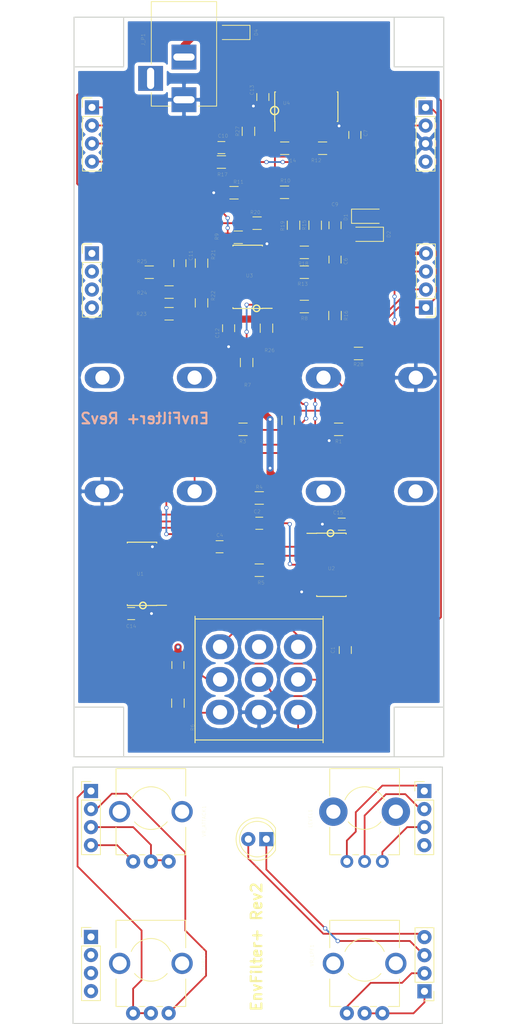
<source format=kicad_pcb>
(kicad_pcb (version 4) (host pcbnew 4.0.7)
  (title_block (title EnvelopeFilter+) (date 2018-03-28) (rev 2) (comment 2 "By Chris Sutton") (comment 3 "Added active peak detector circuit and SVF LPF control") (comment 4 "Clone of original MXR Envelope Filter"))
  (layers (0 F.Cu signal) (31 B.Cu signal) (34 B.Paste user) (35 F.Paste user hide) (36 B.SilkS user) (37 F.SilkS user) (38 B.Mask user) (39 F.Mask user) (44 Edge.Cuts user))
  (net 0 "")
  (net 1 /GND)
  (net 2 "Net-(R5-Pad2)")
  (net 3 /+9V)
  (net 4 "Net-(R3-Pad1)")
  (net 5 "Net-(C6-Pad2)")
  (net 6 "Net-(C2-Pad1)")
  (net 7 "Net-(C9-Pad1)")
  (net 8 "Net-(C9-Pad2)")
  (net 9 "Net-(D3-Pad1)")
  (net 10 "Net-(D3-Pad2)")
  (net 11 "Net-(D4-Pad2)")
  (net 12 "Net-(C4-Pad2)")
  (net 13 "Net-(R4-Pad1)")
  (net 14 "Net-(R7-Pad1)")
  (net 15 "Net-(R8-Pad1)")
  (net 16 "Net-(R10-Pad2)")
  (net 17 /PeakDetectorSubSys/CleanSignalIn)
  (net 18 "Net-(C5-Pad1)")
  (net 19 "Net-(C6-Pad1)")
  (net 20 "Net-(C11-Pad1)")
  (net 21 /ATTK_P1_2)
  (net 22 "Net-(J_AUX2MAIN1-Pad1)")
  (net 23 "Net-(J_AUX2MAIN1-Pad2)")
  (net 24 "Net-(J_AUX2MAIN1-Pad3)")
  (net 25 "Net-(J_AUX2MAIN1-Pad4)")
  (net 26 "Net-(J_AUX2MAIN2-Pad1)")
  (net 27 "Net-(J_AUX2MAIN2-Pad2)")
  (net 28 "Net-(J_AUX2MAIN2-Pad3)")
  (net 29 "Net-(J_AUX2MAIN2-Pad4)")
  (net 30 "Net-(J_AUX2MAIN4-Pad3)")
  (net 31 "Net-(J_AUX2MAIN4-Pad4)")
  (net 32 /THRSH_P1)
  (net 33 /THRSH_P2_3)
  (net 34 /LPF_P3)
  (net 35 /ATTK_P3)
  (net 36 /LED_AN)
  (net 37 /LED_CA)
  (net 38 "Net-(R18-Pad1)")
  (net 39 "Net-(R19-Pad1)")
  (net 40 "Net-(R21-Pad1)")
  (net 41 "Net-(R22-Pad1)")
  (net 42 "Net-(R23-Pad1)")
  (net 43 /PeakDetectorSubSys/AmpModReturn1)
  (net 44 "Net-(U4-Pad2)")
  (net 45 "Net-(U4-Pad11)")
  (net 46 "Net-(C2-Pad2)")
  (net 47 "Net-(C7-Pad2)")
  (net 48 "Net-(C10-Pad2)")
  (net 49 "Net-(R2-Pad1)")
  (net 50 /PeakDetectorSubSys/FSWITCH_CLK_OUT1)
  (net 51 /PeakDetectorSubSys/FSWITCH_CLK_OUT2)
  (net 52 /FX_IN)
  (net 53 /SIG_IN)
  (net 54 /SIG_OUT)
  (net 55 /BYPASS)
  (net 56 "Net-(J_AUX2MAIN3-Pad1)")
  (net 57 "Net-(J_AUX2MAIN3-Pad2)")
  (net 58 "Net-(J_AUX2MAIN4-Pad1)")
  (net 59 "Net-(J_AUX2MAIN4-Pad2)")
  (net 60 "Net-(J_IN1-Pad2)")
  (net 61 "Net-(J_IN1-Pad3)")
  (net 62 "Net-(J_OUT1-Pad2)")
  (net 63 "Net-(J_OUT1-Pad3)")
  (net 64 "Net-(J_P1-Pad3)")
  (net 65 "Net-(U2-Pad6)")
  (net 66 "Net-(U2-Pad8)")
  (net 67 "Net-(U2-Pad9)")
  (net 68 "Net-(U2-Pad10)")
  (net 69 "Net-(U2-Pad11)")
  (net 70 "Net-(U2-Pad12)")
  (net 71 "Net-(U3-Pad12)")
  (net 72 "Net-(U3-Pad13)")
  (net 73 "Net-(J_MAIN2AUX1-Pad3)")
  (net 74 "Net-(J_MAIN2AUX1-Pad4)")
  (net 75 "Net-(U1-Pad1)")
  (net 76 "Net-(U1-Pad2)")
  (net 77 "Net-(J_MAIN2AUX1-Pad1)")
  (net 78 "Net-(J_MAIN2AUX1-Pad2)")
  (net 79 "Net-(SW_ON_1-Pad4)")
  (net 80 /LEVEL_P3)
  (net 81 /LEVEL_P2)
  (net 82 "Net-(C7-Pad1)")
  (net 83 "Net-(J_MAIN2AUX4-Pad4)")
  (net 84 "Net-(R6-Pad1)")
  (net 85 "Net-(U4-Pad8)")
  (net 86 "Net-(U4-Pad9)")
  (net 87 "Net-(U4-Pad10)")
  (net 88 "Net-(U4-Pad12)")
  (net 89 "Net-(U4-Pad13)")
  (module LEDs:LED_D5.0mm (layer F.Cu) (at 99.9298 140.3071 180)
    (fp_text reference D3 (at 1.27 -3.96 180) (layer F.SilkS) (effects (font (size 0.5 0.5) (thickness 0.015))))
    (fp_text value PWRLED1)
    (pad 1 thru_hole rect (at 0 0 180) (size 2 2) (drill 1) (layers *.Cu *.Mask) (net 9 "Net-(D3-Pad1)"))
    (pad 2 thru_hole circle (at 2.54 0 180) (size 2 2) (drill 1) (layers *.Cu *.Mask) (net 10 "Net-(D3-Pad2)"))
  )
  (module Connectors:BARREL_JACK (layer F.Cu) (at 88.3285 36.322 270)
    (fp_text reference J_P1 (at -8.45 5.75 450) (layer F.SilkS) (effects (font (size 0.5 0.5) (thickness 0.015))))
    (fp_text value BARREL_JACK)
    (pad 1 thru_hole rect (at 0 0 270) (size 3.5 3.5) (drill oval 1 3) (layers *.Cu *.Mask) (net 1 /GND))
    (pad 2 thru_hole rect (at -6 0 270) (size 3.5 3.5) (drill oval 1 3) (layers *.Cu *.Mask) (net 11 "Net-(D4-Pad2)"))
    (pad 3 thru_hole rect (at -3 4.7 270) (size 3.5 3.5) (drill oval 3 1) (layers *.Cu *.Mask) (net 64 "Net-(J_P1-Pad3)"))
  )
  (module custom_sw:SW_3PDT_W18MM_L17.3MM_P5.3MM_D2MM_SolderLugs (layer F.Cu) (at 98.9076 117.856)
    (fp_text reference SW_ON_1 hide)
    (fp_text value SW_3PDT_on_on)
    (pad 1 thru_hole oval (at -5.5 -4.6) (size 4 3.5) (drill 2) (layers *.Cu *.Mask) (net 55 /BYPASS))
    (pad 4 thru_hole oval (at 0 -4.6) (size 4 3.5) (drill 2) (layers *.Cu *.Mask) (net 79 "Net-(SW_ON_1-Pad4)"))
    (pad 7 thru_hole oval (at 5.5 -4.6) (size 4 3.5) (drill 2) (layers *.Cu *.Mask) (net 55 /BYPASS))
    (pad 2 thru_hole oval (at -5.5 0) (size 4 3.5) (drill 2) (layers *.Cu *.Mask) (net 54 /SIG_OUT))
    (pad 5 thru_hole oval (at 0 0) (size 4 3.5) (drill 2) (layers *.Cu *.Mask) (net 37 /LED_CA))
    (pad 8 thru_hole oval (at 5.5 0) (size 4 3.5) (drill 2) (layers *.Cu *.Mask) (net 53 /SIG_IN))
    (pad 3 thru_hole oval (at -5.5 4.6) (size 4 3.5) (drill 2) (layers *.Cu *.Mask) (net 84 "Net-(R6-Pad1)"))
    (pad 6 thru_hole oval (at 0 4.6) (size 4 3.5) (drill 2) (layers *.Cu *.Mask) (net 1 /GND))
    (pad 9 thru_hole oval (at 5.5 4.6) (size 4 3.5) (drill 2) (layers *.Cu *.Mask) (net 52 /FX_IN))
  )
  (module Pin_Headers:Pin_Header_Straight_1x04_Pitch2.54mm (layer F.Cu) (at 75.2348 154.0637)
    (fp_text reference J_AUX2MAIN1)
    (fp_text value CONN_01X04)
    (pad 1 thru_hole rect (at 0 0) (size 2 2) (drill 1) (layers *.Cu *.Mask) (net 22 "Net-(J_AUX2MAIN1-Pad1)"))
    (pad 2 thru_hole circle (at 0 2.54) (size 2 2) (drill 1) (layers *.Cu *.Mask) (net 23 "Net-(J_AUX2MAIN1-Pad2)"))
    (pad 3 thru_hole circle (at 0 5.08) (size 2 2) (drill 1) (layers *.Cu *.Mask) (net 24 "Net-(J_AUX2MAIN1-Pad3)"))
    (pad 4 thru_hole circle (at 0 7.62) (size 2 2) (drill 1) (layers *.Cu *.Mask) (net 25 "Net-(J_AUX2MAIN1-Pad4)"))
  )
  (module Pin_Headers:Pin_Header_Straight_1x04_Pitch2.54mm (layer F.Cu) (at 75.2348 133.5405)
    (fp_text reference J_AUX2MAIN2)
    (fp_text value CONN_01X04)
    (pad 1 thru_hole rect (at 0 0) (size 2 2) (drill 1) (layers *.Cu *.Mask) (net 26 "Net-(J_AUX2MAIN2-Pad1)"))
    (pad 2 thru_hole circle (at 0 2.54) (size 2 2) (drill 1) (layers *.Cu *.Mask) (net 27 "Net-(J_AUX2MAIN2-Pad2)"))
    (pad 3 thru_hole circle (at 0 5.08) (size 2 2) (drill 1) (layers *.Cu *.Mask) (net 28 "Net-(J_AUX2MAIN2-Pad3)"))
    (pad 4 thru_hole circle (at 0 7.62) (size 2 2) (drill 1) (layers *.Cu *.Mask) (net 29 "Net-(J_AUX2MAIN2-Pad4)"))
  )
  (module Pin_Headers:Pin_Header_Straight_1x04_Pitch2.54mm (layer F.Cu) (at 122.1994 161.7091 180)
    (fp_text reference J_AUX2MAIN3)
    (fp_text value CONN_01X04)
    (pad 1 thru_hole rect (at 0 0 180) (size 2 2) (drill 1) (layers *.Cu *.Mask) (net 56 "Net-(J_AUX2MAIN3-Pad1)"))
    (pad 2 thru_hole circle (at 0 2.54 180) (size 2 2) (drill 1) (layers *.Cu *.Mask) (net 57 "Net-(J_AUX2MAIN3-Pad2)"))
    (pad 3 thru_hole circle (at 0 5.08 180) (size 2 2) (drill 1) (layers *.Cu *.Mask) (net 9 "Net-(D3-Pad1)"))
    (pad 4 thru_hole circle (at 0 7.62 180) (size 2 2) (drill 1) (layers *.Cu *.Mask) (net 10 "Net-(D3-Pad2)"))
  )
  (module Pin_Headers:Pin_Header_Straight_1x04_Pitch2.54mm (layer F.Cu) (at 122.174 133.5405)
    (fp_text reference J_AUX2MAIN4)
    (fp_text value CONN_01X04)
    (pad 1 thru_hole rect (at 0 0) (size 2 2) (drill 1) (layers *.Cu *.Mask) (net 58 "Net-(J_AUX2MAIN4-Pad1)"))
    (pad 2 thru_hole circle (at 0 2.54) (size 2 2) (drill 1) (layers *.Cu *.Mask) (net 59 "Net-(J_AUX2MAIN4-Pad2)"))
    (pad 3 thru_hole circle (at 0 5.08) (size 2 2) (drill 1) (layers *.Cu *.Mask) (net 30 "Net-(J_AUX2MAIN4-Pad3)"))
    (pad 4 thru_hole circle (at 0 7.62) (size 2 2) (drill 1) (layers *.Cu *.Mask) (net 31 "Net-(J_AUX2MAIN4-Pad4)"))
  )
  (module Pin_Headers:Pin_Header_Straight_1x04_Pitch2.54mm (layer F.Cu) (at 75.3618 57.9374)
    (fp_text reference J_MAIN2AUX1)
    (fp_text value CONN_01X04)
    (pad 1 thru_hole rect (at 0 0) (size 2 2) (drill 1) (layers *.Cu *.Mask) (net 77 "Net-(J_MAIN2AUX1-Pad1)"))
    (pad 2 thru_hole circle (at 0 2.54) (size 2 2) (drill 1) (layers *.Cu *.Mask) (net 78 "Net-(J_MAIN2AUX1-Pad2)"))
    (pad 3 thru_hole circle (at 0 5.08) (size 2 2) (drill 1) (layers *.Cu *.Mask) (net 73 "Net-(J_MAIN2AUX1-Pad3)"))
    (pad 4 thru_hole circle (at 0 7.62) (size 2 2) (drill 1) (layers *.Cu *.Mask) (net 74 "Net-(J_MAIN2AUX1-Pad4)"))
  )
  (module Pin_Headers:Pin_Header_Straight_1x04_Pitch2.54mm (layer F.Cu) (at 75.3745 37.4015)
    (fp_text reference J_MAIN2AUX2)
    (fp_text value CONN_01X04)
    (pad 1 thru_hole rect (at 0 0) (size 2 2) (drill 1) (layers *.Cu *.Mask) (net 33 /THRSH_P2_3))
    (pad 2 thru_hole circle (at 0 2.54) (size 2 2) (drill 1) (layers *.Cu *.Mask) (net 32 /THRSH_P1))
    (pad 3 thru_hole circle (at 0 5.08) (size 2 2) (drill 1) (layers *.Cu *.Mask) (net 21 /ATTK_P1_2))
    (pad 4 thru_hole circle (at 0 7.62) (size 2 2) (drill 1) (layers *.Cu *.Mask) (net 35 /ATTK_P3))
  )
  (module Pin_Headers:Pin_Header_Straight_1x04_Pitch2.54mm (layer F.Cu) (at 122.4026 65.5574 180)
    (fp_text reference J_MAIN2AUX3)
    (fp_text value CONN_01X04)
    (pad 1 thru_hole rect (at 0 0 180) (size 2 2) (drill 1) (layers *.Cu *.Mask) (net 80 /LEVEL_P3))
    (pad 2 thru_hole circle (at 0 2.54 180) (size 2 2) (drill 1) (layers *.Cu *.Mask) (net 34 /LPF_P3))
    (pad 3 thru_hole circle (at 0 5.08 180) (size 2 2) (drill 1) (layers *.Cu *.Mask) (net 37 /LED_CA))
    (pad 4 thru_hole circle (at 0 7.62 180) (size 2 2) (drill 1) (layers *.Cu *.Mask) (net 36 /LED_AN))
  )
  (module Pin_Headers:Pin_Header_Straight_1x04_Pitch2.54mm (layer F.Cu) (at 122.3518 37.4142)
    (fp_text reference J_MAIN2AUX4)
    (fp_text value CONN_01X04)
    (pad 1 thru_hole rect (at 0 0) (size 2 2) (drill 1) (layers *.Cu *.Mask) (net 80 /LEVEL_P3))
    (pad 2 thru_hole circle (at 0 2.54) (size 2 2) (drill 1) (layers *.Cu *.Mask) (net 81 /LEVEL_P2))
    (pad 3 thru_hole circle (at 0 5.08) (size 2 2) (drill 1) (layers *.Cu *.Mask) (net 1 /GND))
    (pad 4 thru_hole circle (at 0 7.62) (size 2 2) (drill 1) (layers *.Cu *.Mask) (net 83 "Net-(J_MAIN2AUX4-Pad4)"))
  )
  (module Potentiometers:Potentiometer_Bourns_PTV09A-1_Horizontal (layer F.Cu) (at 86.1695 143.4465 90)
    (fp_text reference VR_ATTACK1 (at 5.6642 4.9911 90) (layer F.SilkS) (effects (font (size 0.5 0.5) (thickness 0.015))))
    (fp_text value A100K)
    (pad 3 thru_hole circle (at 0 -5 90) (size 2 2) (drill 1) (layers *.Cu *.Mask) (net 29 "Net-(J_AUX2MAIN2-Pad4)"))
    (pad 2 thru_hole circle (at 0 -2.5 90) (size 2 2) (drill 1) (layers *.Cu *.Mask) (net 28 "Net-(J_AUX2MAIN2-Pad3)"))
    (pad 1 thru_hole circle (at 0 0 90) (size 2 2) (drill 1) (layers *.Cu *.Mask) (net 28 "Net-(J_AUX2MAIN2-Pad3)"))
    (pad "" np_thru_hole circle (at 7 -6.9 90) (size 3 3) (drill 2) (layers *.Cu *.Mask))
    (pad "" np_thru_hole circle (at 7 1.9 90) (size 3 3) (drill 2) (layers *.Cu *.Mask))
  )
  (module Potentiometers:Potentiometer_Bourns_PTV09A-1_Horizontal (layer F.Cu) (at 116.2685 164.7825 90)
    (fp_text reference VR_LPF1 (at 8.128 -9.906 90) (layer F.SilkS) (effects (font (size 0.5 0.5) (thickness 0.015))))
    (fp_text value B500K)
    (pad 3 thru_hole circle (at 0 -5 90) (size 2 2) (drill 1) (layers *.Cu *.Mask) (net 57 "Net-(J_AUX2MAIN3-Pad2)"))
    (pad 2 thru_hole circle (at 0 -2.5 90) (size 2 2) (drill 1) (layers *.Cu *.Mask) (net 56 "Net-(J_AUX2MAIN3-Pad1)"))
    (pad 1 thru_hole circle (at 0 0 90) (size 2 2) (drill 1) (layers *.Cu *.Mask) (net 56 "Net-(J_AUX2MAIN3-Pad1)"))
    (pad 0 thru_hole circle (at 7 -6.9 90) (size 3 3) (drill 2) (layers *.Cu *.Mask))
    (pad 0 thru_hole circle (at 7 1.9 90) (size 3 3) (drill 2) (layers *.Cu *.Mask))
  )
  (module Potentiometers:Potentiometer_Bourns_PTV09A-1_Horizontal (layer F.Cu) (at 86.1695 164.7825 90)
    (fp_text reference VR_THRESH1 (at 7.0485 4.953 90) (layer F.SilkS) (effects (font (size 0.5 0.5) (thickness 0.015))))
    (fp_text value B500K)
    (pad 3 thru_hole circle (at 0 -5 90) (size 2 2) (drill 1) (layers *.Cu *.Mask) (net 26 "Net-(J_AUX2MAIN2-Pad1)"))
    (pad 2 thru_hole circle (at 0 -2.5 90) (size 2 2) (drill 1) (layers *.Cu *.Mask) (net 26 "Net-(J_AUX2MAIN2-Pad1)"))
    (pad 1 thru_hole circle (at 0 0 90) (size 2 2) (drill 1) (layers *.Cu *.Mask) (net 27 "Net-(J_AUX2MAIN2-Pad2)"))
    (pad "" np_thru_hole circle (at 7 -6.9 90) (size 3 3) (drill 2) (layers *.Cu *.Mask))
    (pad "" np_thru_hole circle (at 7 1.9 90) (size 3 3) (drill 2) (layers *.Cu *.Mask))
  )
  (module NeutrikAudioJack:NeutrikAudioSocket_Mono_PCB_NARROWPADS (layer F.Cu) (at 83.3247 83.4009 270)
    (fp_text reference J_OUT1 hide)
    (fp_text value JACK__MONO_2P_NC)
    (pad 2 thru_hole oval (at -8 -6.5 270) (size 3 5) (drill 2) (layers *.Cu *.Mask) (net 62 "Net-(J_OUT1-Pad2)"))
    (pad 1 thru_hole oval (at 8 -6.5 270) (size 3 5) (drill 2) (layers *.Cu *.Mask) (net 54 /SIG_OUT))
    (pad 4 thru_hole oval (at 8 6.5 270) (size 3 5) (drill 2) (layers *.Cu *.Mask) (net 1 /GND))
    (pad 3 thru_hole oval (at -8 6.477 270) (size 3 5) (drill 2) (layers *.Cu *.Mask) (net 63 "Net-(J_OUT1-Pad3)"))
  )
  (module NeutrikAudioJack:NeutrikAudioSocket_Mono_PCB_NARROWPADS (layer F.Cu) (at 114.4778 83.4136 90)
    (fp_text reference J_IN1 hide)
    (fp_text value JACK__MONO_2P_NC)
    (pad 2 thru_hole oval (at -8 -6.5 90) (size 3 5) (drill 2) (layers *.Cu *.Mask) (net 60 "Net-(J_IN1-Pad2)"))
    (pad 1 thru_hole oval (at 8 -6.5 90) (size 3 5) (drill 2) (layers *.Cu *.Mask) (net 53 /SIG_IN))
    (pad 4 thru_hole oval (at 8 6.5 90) (size 3 5) (drill 2) (layers *.Cu *.Mask) (net 1 /GND))
    (pad 3 thru_hole oval (at -8 6.477 90) (size 3 5) (drill 2) (layers *.Cu *.Mask) (net 61 "Net-(J_IN1-Pad3)"))
  )
  (module Capacitors_SMD:C_0805_HandSoldering (layer F.Cu) (at 111.0488 113.7158 90)
    (fp_text reference C1 (at 0 -1.75 90) (layer F.SilkS) (effects (font (size 0.5 0.5) (thickness 0.015))))
    (fp_text value 47nF)
    (pad 1 smd rect (at -1.25 0 90) (size 1.5 1.25) (layers F.Cu F.Paste F.Mask) (net 17 /PeakDetectorSubSys/CleanSignalIn))
    (pad 2 smd rect (at 1.25 0 90) (size 1.5 1.25) (layers F.Cu F.Paste F.Mask) (net 52 /FX_IN))
  )
  (module Capacitors_SMD:C_0805_HandSoldering (layer F.Cu) (at 98.933 95.885 180)
    (fp_text reference C2 (at 0.3048 1.651 180) (layer F.SilkS) (effects (font (size 0.5 0.5) (thickness 0.015))))
    (fp_text value 1nF)
    (pad 1 smd rect (at -1.25 0 180) (size 1.5 1.25) (layers F.Cu F.Paste F.Mask) (net 6 "Net-(C2-Pad1)"))
    (pad 2 smd rect (at 1.25 0 180) (size 1.5 1.25) (layers F.Cu F.Paste F.Mask) (net 46 "Net-(C2-Pad2)"))
  )
  (module Capacitors_SMD:C_0805_HandSoldering (layer F.Cu) (at 93.345 99.187)
    (fp_text reference C4 (at 0.0254 -1.6256) (layer F.SilkS) (effects (font (size 0.5 0.5) (thickness 0.015))))
    (fp_text value 1nF)
    (pad 1 smd rect (at -1.25 0) (size 1.5 1.25) (layers F.Cu F.Paste F.Mask) (net 80 /LEVEL_P3))
    (pad 2 smd rect (at 1.25 0) (size 1.5 1.25) (layers F.Cu F.Paste F.Mask) (net 12 "Net-(C4-Pad2)"))
  )
  (module Capacitors_SMD:C_0805_HandSoldering (layer F.Cu) (at 87.4776 115.824 90)
    (fp_text reference C5 (at 2.794 6.604 90) (layer F.SilkS) (effects (font (size 0.5 0.5) (thickness 0.015))))
    (fp_text value 100nF)
    (pad 1 smd rect (at -1.25 0 90) (size 1.5 1.25) (layers F.Cu F.Paste F.Mask) (net 18 "Net-(C5-Pad1)"))
    (pad 2 smd rect (at 1.25 0 90) (size 1.5 1.25) (layers F.Cu F.Paste F.Mask) (net 81 /LEVEL_P2))
  )
  (module Capacitors_SMD:C_0805_HandSoldering (layer F.Cu) (at 109.601 58.801 270)
    (fp_text reference C6 (at 0.23495 -1.50495 450) (layer F.SilkS) (effects (font (size 0.5 0.5) (thickness 0.015))))
    (fp_text value 47nF)
    (pad 1 smd rect (at -1.25 0 270) (size 1.5 1.25) (layers F.Cu F.Paste F.Mask) (net 19 "Net-(C6-Pad1)"))
    (pad 2 smd rect (at 1.25 0 270) (size 1.5 1.25) (layers F.Cu F.Paste F.Mask) (net 5 "Net-(C6-Pad2)"))
  )
  (module Capacitors_SMD:C_0805_HandSoldering (layer F.Cu) (at 112.395 41.275 270)
    (fp_text reference C7 (at -0.254 -1.524 270) (layer F.SilkS) (effects (font (size 0.5 0.5) (thickness 0.015))))
    (fp_text value 100pF)
    (pad 1 smd rect (at -1.25 0 270) (size 1.5 1.25) (layers F.Cu F.Paste F.Mask) (net 82 "Net-(C7-Pad1)"))
    (pad 2 smd rect (at 1.25 0 270) (size 1.5 1.25) (layers F.Cu F.Paste F.Mask) (net 47 "Net-(C7-Pad2)"))
  )
  (module Capacitors_SMD:C_0805_HandSoldering (layer F.Cu) (at 109.601 53.975 270)
    (fp_text reference C9 (at -2.94005 0.01905 360) (layer F.SilkS) (effects (font (size 0.5 0.5) (thickness 0.015))))
    (fp_text value 47nF)
    (pad 1 smd rect (at -1.25 0 270) (size 1.5 1.25) (layers F.Cu F.Paste F.Mask) (net 7 "Net-(C9-Pad1)"))
    (pad 2 smd rect (at 1.25 0 270) (size 1.5 1.25) (layers F.Cu F.Paste F.Mask) (net 8 "Net-(C9-Pad2)"))
  )
  (module Capacitors_SMD:C_0805_HandSoldering (layer F.Cu) (at 93.599 43.053)
    (fp_text reference C10 (at 0.2286 -1.651) (layer F.SilkS) (effects (font (size 0.5 0.5) (thickness 0.015))))
    (fp_text value 10pF)
    (pad 1 smd rect (at -1.25 0) (size 1.5 1.25) (layers F.Cu F.Paste F.Mask) (net 50 /PeakDetectorSubSys/FSWITCH_CLK_OUT1))
    (pad 2 smd rect (at 1.25 0) (size 1.5 1.25) (layers F.Cu F.Paste F.Mask) (net 48 "Net-(C10-Pad2)"))
  )
  (module Capacitors_SMD:C_0805_HandSoldering (layer F.Cu) (at 87.757 59.309 90)
    (fp_text reference C11 (at 1.08585 1.53035 270) (layer F.SilkS) (effects (font (size 0.5 0.5) (thickness 0.015))))
    (fp_text value 100nF)
    (pad 1 smd rect (at -1.25 0 90) (size 1.5 1.25) (layers F.Cu F.Paste F.Mask) (net 20 "Net-(C11-Pad1)"))
    (pad 2 smd rect (at 1.25 0 90) (size 1.5 1.25) (layers F.Cu F.Paste F.Mask) (net 35 /ATTK_P3))
  )
  (module Capacitors_SMD:C_0805_HandSoldering (layer F.Cu) (at 94.615 68.453 270)
    (fp_text reference C12 (at 0.6985 1.5875 270) (layer F.SilkS) (effects (font (size 0.5 0.5) (thickness 0.015))))
    (fp_text value 100nF)
    (pad 1 smd rect (at -1.25 0 270) (size 1.5 1.25) (layers F.Cu F.Paste F.Mask) (net 3 /+9V))
    (pad 2 smd rect (at 1.25 0 270) (size 1.5 1.25) (layers F.Cu F.Paste F.Mask) (net 1 /GND))
  )
  (module Capacitors_SMD:C_0805_HandSoldering (layer F.Cu) (at 99.441 35.941 270)
    (fp_text reference C13 (at -0.9779 1.5494 270) (layer F.SilkS) (effects (font (size 0.5 0.5) (thickness 0.015))))
    (fp_text value 100nF)
    (pad 1 smd rect (at -1.25 0 270) (size 1.5 1.25) (layers F.Cu F.Paste F.Mask) (net 3 /+9V))
    (pad 2 smd rect (at 1.25 0 270) (size 1.5 1.25) (layers F.Cu F.Paste F.Mask) (net 1 /GND))
  )
  (module Capacitors_SMD:C_0805_HandSoldering (layer F.Cu) (at 80.899 108.585)
    (fp_text reference C14 (at 0 1.778) (layer F.SilkS) (effects (font (size 0.5 0.5) (thickness 0.015))))
    (fp_text value 100nF)
    (pad 1 smd rect (at -1.25 0) (size 1.5 1.25) (layers F.Cu F.Paste F.Mask) (net 3 /+9V))
    (pad 2 smd rect (at 1.25 0) (size 1.5 1.25) (layers F.Cu F.Paste F.Mask) (net 1 /GND))
  )
  (module Capacitors_SMD:C_0805_HandSoldering (layer F.Cu) (at 110.5535 96.012 180)
    (fp_text reference C15 (at 0.508 1.6256 180) (layer F.SilkS) (effects (font (size 0.5 0.5) (thickness 0.015))))
    (fp_text value 100nF)
    (pad 1 smd rect (at -1.25 0 180) (size 1.5 1.25) (layers F.Cu F.Paste F.Mask) (net 3 /+9V))
    (pad 2 smd rect (at 1.25 0 180) (size 1.5 1.25) (layers F.Cu F.Paste F.Mask) (net 1 /GND))
  )
  (module Diodes_SMD:D_SOD-123 (layer F.Cu) (at 114.173 52.705)
    (fp_text reference D1 (at -3.06705 0.14605 90) (layer F.SilkS) (effects (font (size 0.5 0.5) (thickness 0.015))))
    (fp_text value D)
    (pad 1 smd rect (at -1.65 0) (size 0.9 1.2) (layers F.Cu F.Paste F.Mask) (net 7 "Net-(C9-Pad1)"))
    (pad 2 smd rect (at 1.65 0) (size 0.9 1.2) (layers F.Cu F.Paste F.Mask) (net 19 "Net-(C6-Pad1)"))
  )
  (module Diodes_SMD:D_SOD-123 (layer F.Cu) (at 114.173 55.245 180)
    (fp_text reference D2 (at -2.9972 0 270) (layer F.SilkS) (effects (font (size 0.5 0.5) (thickness 0.015))))
    (fp_text value D)
    (pad 1 smd rect (at -1.65 0 180) (size 0.9 1.2) (layers F.Cu F.Paste F.Mask) (net 19 "Net-(C6-Pad1)"))
    (pad 2 smd rect (at 1.65 0 180) (size 0.9 1.2) (layers F.Cu F.Paste F.Mask) (net 8 "Net-(C9-Pad2)"))
  )
  (module Diodes_SMD:D_SOD-123 (layer F.Cu) (at 95.377 26.8605 180)
    (fp_text reference D4 (at -3.1115 0 270) (layer F.SilkS) (effects (font (size 0.5 0.5) (thickness 0.015))))
    (fp_text value D_Schottky)
    (pad 1 smd rect (at -1.65 0 180) (size 0.9 1.2) (layers F.Cu F.Paste F.Mask) (net 3 /+9V))
    (pad 2 smd rect (at 1.65 0 180) (size 0.9 1.2) (layers F.Cu F.Paste F.Mask) (net 11 "Net-(D4-Pad2)"))
  )
  (module Resistors_SMD:R_0805_HandSoldering (layer F.Cu) (at 110.109 82.677 180)
    (fp_text reference R1 (at 0 -1.7 180) (layer F.SilkS) (effects (font (size 0.5 0.5) (thickness 0.015))))
    (fp_text value 1M)
    (pad 1 smd rect (at -1.35 0 180) (size 1.5 1.3) (layers F.Cu F.Paste F.Mask) (net 52 /FX_IN))
    (pad 2 smd rect (at 1.35 0 180) (size 1.5 1.3) (layers F.Cu F.Paste F.Mask) (net 1 /GND))
  )
  (module Resistors_SMD:R_0805_HandSoldering (layer F.Cu) (at 102.997 81.407 90)
    (fp_text reference R2 (at 0.0762 -1.651 90) (layer F.SilkS) (effects (font (size 0.5 0.5) (thickness 0.015))))
    (fp_text value 200K)
    (pad 1 smd rect (at -1.35 0 90) (size 1.5 1.3) (layers F.Cu F.Paste F.Mask) (net 49 "Net-(R2-Pad1)"))
    (pad 2 smd rect (at 1.35 0 90) (size 1.5 1.3) (layers F.Cu F.Paste F.Mask) (net 17 /PeakDetectorSubSys/CleanSignalIn))
  )
  (module Resistors_SMD:R_0805_HandSoldering (layer F.Cu) (at 96.647 82.677)
    (fp_text reference R3 (at -0.0508 1.7018) (layer F.SilkS) (effects (font (size 0.5 0.5) (thickness 0.015))))
    (fp_text value 1M)
    (pad 1 smd rect (at -1.35 0) (size 1.5 1.3) (layers F.Cu F.Paste F.Mask) (net 4 "Net-(R3-Pad1)"))
    (pad 2 smd rect (at 1.35 0) (size 1.5 1.3) (layers F.Cu F.Paste F.Mask) (net 49 "Net-(R2-Pad1)"))
  )
  (module Resistors_SMD:R_0805_HandSoldering (layer F.Cu) (at 98.933 92.329 180)
    (fp_text reference R4 (at 0 1.524 180) (layer F.SilkS) (effects (font (size 0.5 0.5) (thickness 0.015))))
    (fp_text value 47K)
    (pad 1 smd rect (at -1.35 0 180) (size 1.5 1.3) (layers F.Cu F.Paste F.Mask) (net 13 "Net-(R4-Pad1)"))
    (pad 2 smd rect (at 1.35 0 180) (size 1.5 1.3) (layers F.Cu F.Paste F.Mask) (net 4 "Net-(R3-Pad1)"))
  )
  (module Resistors_SMD:R_0805_HandSoldering (layer F.Cu) (at 98.933 102.489)
    (fp_text reference R5 (at 0.254 1.7526) (layer F.SilkS) (effects (font (size 0.5 0.5) (thickness 0.015))))
    (fp_text value 47K)
    (pad 1 smd rect (at -1.35 0) (size 1.5 1.3) (layers F.Cu F.Paste F.Mask) (net 12 "Net-(C4-Pad2)"))
    (pad 2 smd rect (at 1.35 0) (size 1.5 1.3) (layers F.Cu F.Paste F.Mask) (net 2 "Net-(R5-Pad2)"))
  )
  (module Resistors_SMD:R_0805_HandSoldering (layer F.Cu) (at 87.4776 121.1834 90)
    (fp_text reference R6 (at -3.429 2.0574 90) (layer F.SilkS) (effects (font (size 0.5 0.5) (thickness 0.015))))
    (fp_text value 3K3)
    (pad 1 smd rect (at -1.35 0 90) (size 1.5 1.3) (layers F.Cu F.Paste F.Mask) (net 84 "Net-(R6-Pad1)"))
    (pad 2 smd rect (at 1.35 0 90) (size 1.5 1.3) (layers F.Cu F.Paste F.Mask) (net 18 "Net-(C5-Pad1)"))
  )
  (module Resistors_SMD:R_0805_HandSoldering (layer F.Cu) (at 97.155 73.279 270)
    (fp_text reference R7 (at 3.175 -0.127 360) (layer F.SilkS) (effects (font (size 0.5 0.5) (thickness 0.015))))
    (fp_text value 1M)
    (pad 1 smd rect (at -1.35 0 270) (size 1.5 1.3) (layers F.Cu F.Paste F.Mask) (net 14 "Net-(R7-Pad1)"))
    (pad 2 smd rect (at 1.35 0 270) (size 1.5 1.3) (layers F.Cu F.Paste F.Mask) (net 17 /PeakDetectorSubSys/CleanSignalIn))
  )
  (module Resistors_SMD:R_0805_HandSoldering (layer F.Cu) (at 105.283 65.405)
    (fp_text reference R8 (at 0 1.6764) (layer F.SilkS) (effects (font (size 0.5 0.5) (thickness 0.015))))
    (fp_text value 1M)
    (pad 1 smd rect (at -1.35 0) (size 1.5 1.3) (layers F.Cu F.Paste F.Mask) (net 15 "Net-(R8-Pad1)"))
    (pad 2 smd rect (at 1.35 0) (size 1.5 1.3) (layers F.Cu F.Paste F.Mask) (net 14 "Net-(R7-Pad1)"))
  )
  (module Resistors_SMD:R_0805_HandSoldering (layer F.Cu) (at 95.9739 55.6641)
    (fp_text reference R9 (at -3.0099 -0.0889 90) (layer F.SilkS) (effects (font (size 0.5 0.5) (thickness 0.015))))
    (fp_text value 10K)
    (pad 1 smd rect (at -1.35 0) (size 1.5 1.3) (layers F.Cu F.Paste F.Mask) (net 32 /THRSH_P1))
    (pad 2 smd rect (at 1.35 0) (size 1.5 1.3) (layers F.Cu F.Paste F.Mask) (net 15 "Net-(R8-Pad1)"))
  )
  (module Resistors_SMD:R_0805_HandSoldering (layer F.Cu) (at 102.489 49.3395 180)
    (fp_text reference R10 (at -0.127 1.6383 180) (layer F.SilkS) (effects (font (size 0.5 0.5) (thickness 0.015))))
    (fp_text value 100K)
    (pad 1 smd rect (at -1.35 0 180) (size 1.5 1.3) (layers F.Cu F.Paste F.Mask) (net 3 /+9V))
    (pad 2 smd rect (at 1.35 0 180) (size 1.5 1.3) (layers F.Cu F.Paste F.Mask) (net 16 "Net-(R10-Pad2)"))
  )
  (module Resistors_SMD:R_0805_HandSoldering (layer F.Cu) (at 95.377 49.403 180)
    (fp_text reference R11 (at -0.635 1.524 180) (layer F.SilkS) (effects (font (size 0.5 0.5) (thickness 0.015))))
    (fp_text value 100K)
    (pad 1 smd rect (at -1.35 0 180) (size 1.5 1.3) (layers F.Cu F.Paste F.Mask) (net 16 "Net-(R10-Pad2)"))
    (pad 2 smd rect (at 1.35 0 180) (size 1.5 1.3) (layers F.Cu F.Paste F.Mask) (net 1 /GND))
  )
  (module Resistors_SMD:R_0805_HandSoldering (layer F.Cu) (at 107.8484 43.1419)
    (fp_text reference R12 (at -0.889 1.7145) (layer F.SilkS) (effects (font (size 0.5 0.5) (thickness 0.015))))
    (fp_text value 47K)
    (pad 1 smd rect (at -1.35 0) (size 1.5 1.3) (layers F.Cu F.Paste F.Mask) (net 16 "Net-(R10-Pad2)"))
    (pad 2 smd rect (at 1.35 0) (size 1.5 1.3) (layers F.Cu F.Paste F.Mask) (net 47 "Net-(C7-Pad2)"))
  )
  (module Resistors_SMD:R_0805_HandSoldering (layer F.Cu) (at 105.283 60.579)
    (fp_text reference R13 (at -0.2286 1.651) (layer F.SilkS) (effects (font (size 0.5 0.5) (thickness 0.015))))
    (fp_text value 470K)
    (pad 1 smd rect (at -1.35 0) (size 1.5 1.3) (layers F.Cu F.Paste F.Mask) (net 5 "Net-(C6-Pad2)"))
    (pad 2 smd rect (at 1.35 0) (size 1.5 1.3) (layers F.Cu F.Paste F.Mask) (net 33 /THRSH_P2_3))
  )
  (module Resistors_SMD:R_0805_HandSoldering (layer F.Cu) (at 102.5144 43.1419 180)
    (fp_text reference R14 (at -0.889 -1.7399 180) (layer F.SilkS) (effects (font (size 0.5 0.5) (thickness 0.015))))
    (fp_text value 100K)
    (pad 1 smd rect (at -1.35 0 180) (size 1.5 1.3) (layers F.Cu F.Paste F.Mask) (net 48 "Net-(C10-Pad2)"))
    (pad 2 smd rect (at 1.35 0 180) (size 1.5 1.3) (layers F.Cu F.Paste F.Mask) (net 16 "Net-(R10-Pad2)"))
  )
  (module Resistors_SMD:R_0805_HandSoldering (layer F.Cu) (at 106.807 53.975 270)
    (fp_text reference R15 (at -0.0254 1.5494 450) (layer F.SilkS) (effects (font (size 0.5 0.5) (thickness 0.015))))
    (fp_text value 1M)
    (pad 1 smd rect (at -1.35 0 270) (size 1.5 1.3) (layers F.Cu F.Paste F.Mask) (net 7 "Net-(C9-Pad1)"))
    (pad 2 smd rect (at 1.35 0 270) (size 1.5 1.3) (layers F.Cu F.Paste F.Mask) (net 8 "Net-(C9-Pad2)"))
  )
  (module Resistors_SMD:R_0805_HandSoldering (layer F.Cu) (at 109.601 66.675 90)
    (fp_text reference R16 (at -0.00635 1.55575 270) (layer F.SilkS) (effects (font (size 0.5 0.5) (thickness 0.015))))
    (fp_text value 3K3)
    (pad 1 smd rect (at -1.35 0 90) (size 1.5 1.3) (layers F.Cu F.Paste F.Mask) (net 3 /+9V))
    (pad 2 smd rect (at 1.35 0 90) (size 1.5 1.3) (layers F.Cu F.Paste F.Mask) (net 7 "Net-(C9-Pad1)"))
  )
  (module Resistors_SMD:R_0805_HandSoldering (layer F.Cu) (at 93.599 45.085)
    (fp_text reference R17 (at 0.1524 1.7526) (layer F.SilkS) (effects (font (size 0.5 0.5) (thickness 0.015))))
    (fp_text value 47K)
    (pad 1 smd rect (at -1.35 0) (size 1.5 1.3) (layers F.Cu F.Paste F.Mask) (net 50 /PeakDetectorSubSys/FSWITCH_CLK_OUT1))
    (pad 2 smd rect (at 1.35 0) (size 1.5 1.3) (layers F.Cu F.Paste F.Mask) (net 47 "Net-(C7-Pad2)"))
  )
  (module Resistors_SMD:R_0805_HandSoldering (layer F.Cu) (at 105.283 57.785)
    (fp_text reference R18 (at -0.14605 1.58115 180) (layer F.SilkS) (effects (font (size 0.5 0.5) (thickness 0.015))))
    (fp_text value 20M)
    (pad 1 smd rect (at -1.35 0) (size 1.5 1.3) (layers F.Cu F.Paste F.Mask) (net 38 "Net-(R18-Pad1)"))
    (pad 2 smd rect (at 1.35 0) (size 1.5 1.3) (layers F.Cu F.Paste F.Mask) (net 8 "Net-(C9-Pad2)"))
  )
  (module Resistors_SMD:R_0805_HandSoldering (layer F.Cu) (at 103.759 53.975 270)
    (fp_text reference R19 (at 0.10795 1.54305 450) (layer F.SilkS) (effects (font (size 0.5 0.5) (thickness 0.015))))
    (fp_text value 10M)
    (pad 1 smd rect (at -1.35 0 270) (size 1.5 1.3) (layers F.Cu F.Paste F.Mask) (net 39 "Net-(R19-Pad1)"))
    (pad 2 smd rect (at 1.35 0 270) (size 1.5 1.3) (layers F.Cu F.Paste F.Mask) (net 38 "Net-(R18-Pad1)"))
  )
  (module Resistors_SMD:R_0805_HandSoldering (layer F.Cu) (at 98.6282 53.6829 180)
    (fp_text reference R20 (at 0.254 1.524 180) (layer F.SilkS) (effects (font (size 0.5 0.5) (thickness 0.015))))
    (fp_text value 47K)
    (pad 1 smd rect (at -1.35 0 180) (size 1.5 1.3) (layers F.Cu F.Paste F.Mask) (net 39 "Net-(R19-Pad1)"))
    (pad 2 smd rect (at 1.35 0 180) (size 1.5 1.3) (layers F.Cu F.Paste F.Mask) (net 21 /ATTK_P1_2))
  )
  (module Resistors_SMD:R_0805_HandSoldering (layer F.Cu) (at 90.805 59.309 90)
    (fp_text reference R21 (at 1.21285 1.65735 90) (layer F.SilkS) (effects (font (size 0.5 0.5) (thickness 0.015))))
    (fp_text value 10M)
    (pad 1 smd rect (at -1.35 0 90) (size 1.5 1.3) (layers F.Cu F.Paste F.Mask) (net 40 "Net-(R21-Pad1)"))
    (pad 2 smd rect (at 1.35 0 90) (size 1.5 1.3) (layers F.Cu F.Paste F.Mask) (net 35 /ATTK_P3))
  )
  (module Resistors_SMD:R_0805_HandSoldering (layer F.Cu) (at 90.805 64.897 90)
    (fp_text reference R22 (at 1.00965 1.63195 270) (layer F.SilkS) (effects (font (size 0.5 0.5) (thickness 0.015))))
    (fp_text value 10M)
    (pad 1 smd rect (at -1.35 0 90) (size 1.5 1.3) (layers F.Cu F.Paste F.Mask) (net 41 "Net-(R22-Pad1)"))
    (pad 2 smd rect (at 1.35 0 90) (size 1.5 1.3) (layers F.Cu F.Paste F.Mask) (net 40 "Net-(R21-Pad1)"))
  )
  (module Resistors_SMD:R_0805_HandSoldering (layer F.Cu) (at 86.233 66.421)
    (fp_text reference R23 (at -3.87985 0.03175) (layer F.SilkS) (effects (font (size 0.5 0.5) (thickness 0.015))))
    (fp_text value 10M)
    (pad 1 smd rect (at -1.35 0) (size 1.5 1.3) (layers F.Cu F.Paste F.Mask) (net 42 "Net-(R23-Pad1)"))
    (pad 2 smd rect (at 1.35 0) (size 1.5 1.3) (layers F.Cu F.Paste F.Mask) (net 41 "Net-(R22-Pad1)"))
  )
  (module Resistors_SMD:R_0805_HandSoldering (layer F.Cu) (at 86.233 63.373 180)
    (fp_text reference R24 (at 3.80365 -0.10795 180) (layer F.SilkS) (effects (font (size 0.5 0.5) (thickness 0.015))))
    (fp_text value 2.2M)
    (pad 1 smd rect (at -1.35 0 180) (size 1.5 1.3) (layers F.Cu F.Paste F.Mask) (net 20 "Net-(C11-Pad1)"))
    (pad 2 smd rect (at 1.35 0 180) (size 1.5 1.3) (layers F.Cu F.Paste F.Mask) (net 42 "Net-(R23-Pad1)"))
  )
  (module Resistors_SMD:R_0805_HandSoldering (layer F.Cu) (at 83.439 60.579)
    (fp_text reference R25 (at -1.016 -1.524) (layer F.SilkS) (effects (font (size 0.5 0.5) (thickness 0.015))))
    (fp_text value 47k)
    (pad 1 smd rect (at -1.35 0) (size 1.5 1.3) (layers F.Cu F.Paste F.Mask) (net 50 /PeakDetectorSubSys/FSWITCH_CLK_OUT1))
    (pad 2 smd rect (at 1.35 0) (size 1.5 1.3) (layers F.Cu F.Paste F.Mask) (net 20 "Net-(C11-Pad1)"))
  )
  (module Resistors_SMD:R_0805_HandSoldering (layer F.Cu) (at 99.949 68.453 90)
    (fp_text reference R26 (at -3.1115 0.4445 180) (layer F.SilkS) (effects (font (size 0.5 0.5) (thickness 0.015))))
    (fp_text value 1K)
    (pad 1 smd rect (at -1.35 0 90) (size 1.5 1.3) (layers F.Cu F.Paste F.Mask) (net 36 /LED_AN))
    (pad 2 smd rect (at 1.35 0 90) (size 1.5 1.3) (layers F.Cu F.Paste F.Mask) (net 3 /+9V))
  )
  (module Resistors_SMD:R_0805_HandSoldering (layer F.Cu) (at 97.409 40.767 270)
    (fp_text reference R27 (at 0 1.524 270) (layer F.SilkS) (effects (font (size 0.5 0.5) (thickness 0.015))))
    (fp_text value 100K)
    (pad 1 smd rect (at -1.35 0 270) (size 1.5 1.3) (layers F.Cu F.Paste F.Mask) (net 82 "Net-(C7-Pad1)"))
    (pad 2 smd rect (at 1.35 0 270) (size 1.5 1.3) (layers F.Cu F.Paste F.Mask) (net 48 "Net-(C10-Pad2)"))
  )
  (module Resistors_SMD:R_0805_HandSoldering (layer F.Cu) (at 112.903 72.009 180)
    (fp_text reference R28 (at 0 -1.524 180) (layer F.SilkS) (effects (font (size 0.5 0.5) (thickness 0.015))))
    (fp_text value 200K)
    (pad 1 smd rect (at -1.35 0 180) (size 1.5 1.3) (layers F.Cu F.Paste F.Mask) (net 34 /LPF_P3))
    (pad 2 smd rect (at 1.35 0 180) (size 1.5 1.3) (layers F.Cu F.Paste F.Mask) (net 49 "Net-(R2-Pad1)"))
  )
  (module Housings_SOIC:SOIC-14_3.9x8.7mm_Pitch1.27mm (layer F.Cu) (at 82.423 102.997 180)
    (fp_text reference U1 (at 0.254 0 180) (layer F.SilkS) (effects (font (size 0.5 0.5) (thickness 0.015))))
    (fp_text value 4069UB)
    (pad 1 smd rect (at -2.7 -3.81 180) (size 1.5 0.6) (layers F.Cu F.Paste F.Mask) (net 75 "Net-(U1-Pad1)"))
    (pad 2 smd rect (at -2.7 -2.54 180) (size 1.5 0.6) (layers F.Cu F.Paste F.Mask) (net 76 "Net-(U1-Pad2)"))
    (pad 3 smd rect (at -2.7 -1.27 180) (size 1.5 0.6) (layers F.Cu F.Paste F.Mask) (net 51 /PeakDetectorSubSys/FSWITCH_CLK_OUT2))
    (pad 4 smd rect (at -2.7 0 180) (size 1.5 0.6) (layers F.Cu F.Paste F.Mask) (net 43 /PeakDetectorSubSys/AmpModReturn1))
    (pad 5 smd rect (at -2.7 1.27 180) (size 1.5 0.6) (layers F.Cu F.Paste F.Mask) (net 12 "Net-(C4-Pad2)"))
    (pad 6 smd rect (at -2.7 2.54 180) (size 1.5 0.6) (layers F.Cu F.Paste F.Mask) (net 80 /LEVEL_P3))
    (pad 7 smd rect (at -2.7 3.81 180) (size 1.5 0.6) (layers F.Cu F.Paste F.Mask) (net 1 /GND))
    (pad 8 smd rect (at 2.7 3.81 180) (size 1.5 0.6) (layers F.Cu F.Paste F.Mask) (net 4 "Net-(R3-Pad1)"))
    (pad 9 smd rect (at 2.7 2.54 180) (size 1.5 0.6) (layers F.Cu F.Paste F.Mask) (net 49 "Net-(R2-Pad1)"))
    (pad 10 smd rect (at 2.7 1.27 180) (size 1.5 0.6) (layers F.Cu F.Paste F.Mask) (net 6 "Net-(C2-Pad1)"))
    (pad 11 smd rect (at 2.7 0 180) (size 1.5 0.6) (layers F.Cu F.Paste F.Mask) (net 46 "Net-(C2-Pad2)"))
    (pad 12 smd rect (at 2.7 -1.27 180) (size 1.5 0.6) (layers F.Cu F.Paste F.Mask) (net 51 /PeakDetectorSubSys/FSWITCH_CLK_OUT2))
    (pad 13 smd rect (at 2.7 -2.54 180) (size 1.5 0.6) (layers F.Cu F.Paste F.Mask) (net 50 /PeakDetectorSubSys/FSWITCH_CLK_OUT1))
    (pad 14 smd rect (at 2.7 -3.81 180) (size 1.5 0.6) (layers F.Cu F.Paste F.Mask) (net 3 /+9V))
  )
  (module Housings_SOIC:SOIC-14_3.9x8.7mm_Pitch1.27mm (layer F.Cu) (at 109.093 101.727)
    (fp_text reference U2 (at 0 0.508) (layer F.SilkS) (effects (font (size 0.5 0.5) (thickness 0.015))))
    (fp_text value 4066BMS)
    (pad 1 smd rect (at -2.7 -3.81) (size 1.5 0.6) (layers F.Cu F.Paste F.Mask) (net 13 "Net-(R4-Pad1)"))
    (pad 2 smd rect (at -2.7 -2.54) (size 1.5 0.6) (layers F.Cu F.Paste F.Mask) (net 46 "Net-(C2-Pad2)"))
    (pad 3 smd rect (at -2.7 -1.27) (size 1.5 0.6) (layers F.Cu F.Paste F.Mask) (net 2 "Net-(R5-Pad2)"))
    (pad 4 smd rect (at -2.7 0) (size 1.5 0.6) (layers F.Cu F.Paste F.Mask) (net 6 "Net-(C2-Pad1)"))
    (pad 5 smd rect (at -2.7 1.27) (size 1.5 0.6) (layers F.Cu F.Paste F.Mask) (net 43 /PeakDetectorSubSys/AmpModReturn1))
    (pad 6 smd rect (at -2.7 2.54) (size 1.5 0.6) (layers F.Cu F.Paste F.Mask) (net 65 "Net-(U2-Pad6)"))
    (pad 7 smd rect (at -2.7 3.81) (size 1.5 0.6) (layers F.Cu F.Paste F.Mask) (net 1 /GND))
    (pad 8 smd rect (at 2.7 3.81) (size 1.5 0.6) (layers F.Cu F.Paste F.Mask) (net 66 "Net-(U2-Pad8)"))
    (pad 9 smd rect (at 2.7 2.54) (size 1.5 0.6) (layers F.Cu F.Paste F.Mask) (net 67 "Net-(U2-Pad9)"))
    (pad 10 smd rect (at 2.7 1.27) (size 1.5 0.6) (layers F.Cu F.Paste F.Mask) (net 68 "Net-(U2-Pad10)"))
    (pad 11 smd rect (at 2.7 0) (size 1.5 0.6) (layers F.Cu F.Paste F.Mask) (net 69 "Net-(U2-Pad11)"))
    (pad 12 smd rect (at 2.7 -1.27) (size 1.5 0.6) (layers F.Cu F.Paste F.Mask) (net 70 "Net-(U2-Pad12)"))
    (pad 13 smd rect (at 2.7 -2.54) (size 1.5 0.6) (layers F.Cu F.Paste F.Mask) (net 43 /PeakDetectorSubSys/AmpModReturn1))
    (pad 14 smd rect (at 2.7 -3.81) (size 1.5 0.6) (layers F.Cu F.Paste F.Mask) (net 3 /+9V))
  )
  (module Housings_SOIC:SOIC-14_3.9x8.7mm_Pitch1.27mm (layer F.Cu) (at 97.30105 61.23305 180)
    (fp_text reference U3 (at -0.254 0.1905 180) (layer F.SilkS) (effects (font (size 0.5 0.5) (thickness 0.015))))
    (fp_text value 4069UB)
    (pad 1 smd rect (at -2.7 -3.81 180) (size 1.5 0.6) (layers F.Cu F.Paste F.Mask) (net 14 "Net-(R7-Pad1)"))
    (pad 2 smd rect (at -2.7 -2.54 180) (size 1.5 0.6) (layers F.Cu F.Paste F.Mask) (net 15 "Net-(R8-Pad1)"))
    (pad 3 smd rect (at -2.7 -1.27 180) (size 1.5 0.6) (layers F.Cu F.Paste F.Mask) (net 33 /THRSH_P2_3))
    (pad 4 smd rect (at -2.7 0 180) (size 1.5 0.6) (layers F.Cu F.Paste F.Mask) (net 5 "Net-(C6-Pad2)"))
    (pad 5 smd rect (at -2.7 1.27 180) (size 1.5 0.6) (layers F.Cu F.Paste F.Mask) (net 38 "Net-(R18-Pad1)"))
    (pad 6 smd rect (at -2.7 2.54 180) (size 1.5 0.6) (layers F.Cu F.Paste F.Mask) (net 39 "Net-(R19-Pad1)"))
    (pad 7 smd rect (at -2.7 3.81 180) (size 1.5 0.6) (layers F.Cu F.Paste F.Mask) (net 1 /GND))
    (pad 8 smd rect (at 2.7 3.81 180) (size 1.5 0.6) (layers F.Cu F.Paste F.Mask) (net 35 /ATTK_P3))
    (pad 9 smd rect (at 2.7 2.54 180) (size 1.5 0.6) (layers F.Cu F.Paste F.Mask) (net 21 /ATTK_P1_2))
    (pad 10 smd rect (at 2.7 1.27 180) (size 1.5 0.6) (layers F.Cu F.Paste F.Mask) (net 20 "Net-(C11-Pad1)"))
    (pad 11 smd rect (at 2.7 0 180) (size 1.5 0.6) (layers F.Cu F.Paste F.Mask) (net 40 "Net-(R21-Pad1)"))
    (pad 12 smd rect (at 2.7 -1.27 180) (size 1.5 0.6) (layers F.Cu F.Paste F.Mask) (net 71 "Net-(U3-Pad12)"))
    (pad 13 smd rect (at 2.7 -2.54 180) (size 1.5 0.6) (layers F.Cu F.Paste F.Mask) (net 72 "Net-(U3-Pad13)"))
    (pad 14 smd rect (at 2.7 -3.81 180) (size 1.5 0.6) (layers F.Cu F.Paste F.Mask) (net 3 /+9V))
  )
  (module Housings_SOIC:SOIC-14_3.9x8.7mm_Pitch1.27mm (layer F.Cu) (at 105.5624 37.2999 90)
    (fp_text reference U4 (at 0.508 -2.794 180) (layer F.SilkS) (effects (font (size 0.5 0.5) (thickness 0.015))))
    (fp_text value 4069UB)
    (pad 1 smd rect (at -2.7 -3.81 90) (size 1.5 0.6) (layers F.Cu F.Paste F.Mask) (net 16 "Net-(R10-Pad2)"))
    (pad 2 smd rect (at -2.7 -2.54 90) (size 1.5 0.6) (layers F.Cu F.Paste F.Mask) (net 44 "Net-(U4-Pad2)"))
    (pad 3 smd rect (at -2.7 -1.27 90) (size 1.5 0.6) (layers F.Cu F.Paste F.Mask) (net 44 "Net-(U4-Pad2)"))
    (pad 4 smd rect (at -2.7 0 90) (size 1.5 0.6) (layers F.Cu F.Paste F.Mask) (net 48 "Net-(C10-Pad2)"))
    (pad 5 smd rect (at -2.7 1.27 90) (size 1.5 0.6) (layers F.Cu F.Paste F.Mask) (net 82 "Net-(C7-Pad1)"))
    (pad 6 smd rect (at -2.7 2.54 90) (size 1.5 0.6) (layers F.Cu F.Paste F.Mask) (net 47 "Net-(C7-Pad2)"))
    (pad 7 smd rect (at -2.7 3.81 90) (size 1.5 0.6) (layers F.Cu F.Paste F.Mask) (net 1 /GND))
    (pad 8 smd rect (at 2.7 3.81 90) (size 1.5 0.6) (layers F.Cu F.Paste F.Mask) (net 85 "Net-(U4-Pad8)"))
    (pad 9 smd rect (at 2.7 2.54 90) (size 1.5 0.6) (layers F.Cu F.Paste F.Mask) (net 86 "Net-(U4-Pad9)"))
    (pad 10 smd rect (at 2.7 1.27 90) (size 1.5 0.6) (layers F.Cu F.Paste F.Mask) (net 87 "Net-(U4-Pad10)"))
    (pad 11 smd rect (at 2.7 0 90) (size 1.5 0.6) (layers F.Cu F.Paste F.Mask) (net 45 "Net-(U4-Pad11)"))
    (pad 12 smd rect (at 2.7 -1.27 90) (size 1.5 0.6) (layers F.Cu F.Paste F.Mask) (net 88 "Net-(U4-Pad12)"))
    (pad 13 smd rect (at 2.7 -2.54 90) (size 1.5 0.6) (layers F.Cu F.Paste F.Mask) (net 89 "Net-(U4-Pad13)"))
    (pad 14 smd rect (at 2.7 -3.81 90) (size 1.5 0.6) (layers F.Cu F.Paste F.Mask) (net 3 /+9V))
  )
  (module Potentiometers:Potentiometer_Bourns_PTV09A-1_Horizontal (layer F.Cu) (at 116.2685 143.4465 90)
    (fp_text reference LEVEL1 (at 6.05 -10.15 90) (layer F.SilkS) (effects (font (size 0.5 0.5) (thickness 0.015))))
    (fp_text value 100K)
    (pad 3 thru_hole circle (at 0 -5 90) (size 1.8 1.8) (drill 1) (layers *.Cu *.Mask) (net 58 "Net-(J_AUX2MAIN4-Pad1)"))
    (pad 2 thru_hole circle (at 0 -2.5 90) (size 1.8 1.8) (drill 1) (layers *.Cu *.Mask) (net 59 "Net-(J_AUX2MAIN4-Pad2)"))
    (pad 1 thru_hole circle (at 0 0 90) (size 1.8 1.8) (drill 1) (layers *.Cu *.Mask) (net 30 "Net-(J_AUX2MAIN4-Pad3)"))
    (pad 0 np_thru_hole circle (at 7 -6.9 90) (size 4 4) (drill 2) (layers *.Cu *.Mask))
    (pad 0 np_thru_hole circle (at 7 1.9 90) (size 4 4) (drill 2) (layers *.Cu *.Mask))
  )
  (gr_text "EnvFilter+ Rev2" (at 98.552 155.448 90) (layer F.SilkS) (effects (font (size 1.5 1.5) (thickness 0.3))))
  (gr_text "EnvFilter+ Rev2" (at 82.804 81.153) (layer B.SilkS) (effects (font (size 1.5 1.5) (thickness 0.3)) (justify mirror)))
  (gr_circle (center 108.966 97.282) (end 109.22 97.663) (layer F.SilkS) (width 0.2))
  (gr_circle (center 82.55 107.442) (end 82.804 107.823) (layer F.SilkS) (width 0.2))
  (gr_circle (center 98.552 65.659) (end 98.806 66.04) (layer F.SilkS) (width 0.2))
  (gr_circle (center 101.092 37.846) (end 101.6 38.1) (layer F.SilkS) (width 0.2))
  (gr_line (start 79.8322 128.7272) (end 79.8322 128.4478) (angle 90) (layer Edge.Cuts) (width 0.15))
  (gr_line (start 80.3402 128.7272) (end 79.2226 128.7272) (angle 90) (layer Edge.Cuts) (width 0.15))
  (gr_line (start 124.7202 130.1725) (end 124.3646 130.1725) (angle 90) (layer Edge.Cuts) (width 0.15))
  (gr_line (start 124.7202 166.2405) (end 124.7202 130.1725) (angle 90) (layer Edge.Cuts) (width 0.15))
  (gr_line (start 124.3392 166.2405) (end 124.7202 166.2405) (angle 90) (layer Edge.Cuts) (width 0.15))
  (gr_line (start 72.701 130.1725) (end 124.517 130.1725) (angle 90) (layer Edge.Cuts) (width 0.15))
  (gr_line (start 72.701 166.2405) (end 72.701 130.1725) (angle 90) (layer Edge.Cuts) (width 0.15))
  (gr_line (start 72.701 166.2405) (end 124.517 166.2405) (angle 90) (layer Edge.Cuts) (width 0.15))
  (gr_line (start 117.9322 121.7422) (end 124.9172 121.7422) (angle 90) (layer Edge.Cuts) (width 0.15))
  (gr_line (start 117.9322 128.7272) (end 117.9322 121.7422) (angle 90) (layer Edge.Cuts) (width 0.15))
  (gr_line (start 79.8322 121.7422) (end 72.8472 121.7422) (angle 90) (layer Edge.Cuts) (width 0.15))
  (gr_line (start 79.8322 128.7272) (end 79.8322 121.7422) (angle 90) (layer Edge.Cuts) (width 0.15))
  (gr_line (start 79.8322 31.6992) (end 72.8472 31.6992) (angle 90) (layer Edge.Cuts) (width 0.15))
  (gr_line (start 79.8322 24.7142) (end 79.8322 31.6992) (angle 90) (layer Edge.Cuts) (width 0.15))
  (gr_line (start 117.9322 31.6992) (end 117.9322 24.7142) (angle 90) (layer Edge.Cuts) (width 0.15))
  (gr_line (start 124.9172 31.6992) (end 117.9322 31.6992) (angle 90) (layer Edge.Cuts) (width 0.15))
  (gr_line (start 124.9172 24.7142) (end 72.8472 24.7142) (angle 90) (layer Edge.Cuts) (width 0.15))
  (gr_line (start 124.9172 128.7272) (end 124.9172 24.7142) (angle 90) (layer Edge.Cuts) (width 0.15))
  (gr_line (start 72.8472 128.7272) (end 124.9172 128.7272) (angle 90) (layer Edge.Cuts) (width 0.15))
  (gr_line (start 72.8472 24.7142) (end 72.8472 128.7272) (angle 90) (layer Edge.Cuts) (width 0.15))
  (segment (start 99.441 37.191) (end 98.1275 37.191) (width 1) (layer F.Cu) (net 1))
  (via (at 98.1075 37.211) (size 0.6) (drill 0.4) (layers F.Cu B.Cu) (net 1))
  (segment (start 98.1275 37.191) (end 98.1075 37.211) (width 1) (layer F.Cu) (net 1))
  (segment (start 109.3724 39.9999) (end 110.1674 39.9999) (width 1) (layer F.Cu) (net 1))
  (via (at 110.1725 40.005) (size 0.6) (drill 0.4) (layers F.Cu B.Cu) (net 1))
  (segment (start 110.1674 39.9999) (end 110.1725 40.005) (width 1) (layer F.Cu) (net 1))
  (segment (start 108.759 82.677) (end 108.759 84.248) (width 1) (layer F.Cu) (net 1))
  (via (at 108.7755 84.2645) (size 0.6) (drill 0.4) (layers F.Cu B.Cu) (net 1))
  (segment (start 108.759 84.248) (end 108.7755 84.2645) (width 1) (layer F.Cu) (net 1))
  (segment (start 109.3035 96.012) (end 107.843 95.992) (width 1) (layer F.Cu) (net 1))
  (via (at 107.823 96.012) (size 0.6) (drill 0.4) (layers F.Cu B.Cu) (net 1))
  (segment (start 107.843 95.992) (end 107.823 96.012) (width 1) (layer F.Cu) (net 1))
  (segment (start 106.393 105.537) (end 104.902 105.537) (width 1) (layer F.Cu) (net 1))
  (via (at 104.902 105.537) (size 0.6) (drill 0.4) (layers F.Cu B.Cu) (net 1))
  (segment (start 85.123 99.187) (end 83.8835 99.187) (width 1) (layer F.Cu) (net 1))
  (via (at 83.8835 99.187) (size 0.6) (drill 0.4) (layers F.Cu B.Cu) (net 1))
  (segment (start 82.149 108.585) (end 83.7565 108.585) (width 1) (layer F.Cu) (net 1))
  (via (at 83.7565 108.585) (size 0.6) (drill 0.4) (layers F.Cu B.Cu) (net 1))
  (segment (start 94.615 69.703) (end 94.615 71.0565) (width 1) (layer F.Cu) (net 1))
  (via (at 94.615 71.0565) (size 0.6) (drill 0.4) (layers F.Cu B.Cu) (net 1))
  (segment (start 100.00105 57.42305) (end 100.00105 56.58995) (width 1) (layer F.Cu) (net 1))
  (via (at 100.0125 56.5785) (size 0.6) (drill 0.4) (layers F.Cu B.Cu) (net 1))
  (segment (start 100.00105 56.58995) (end 100.0125 56.5785) (width 1) (layer F.Cu) (net 1))
  (segment (start 94.027 49.403) (end 92.5195 49.403) (width 1) (layer F.Cu) (net 1))
  (via (at 92.5195 49.403) (size 0.6) (drill 0.4) (layers F.Cu B.Cu) (net 1))
  (segment (start 109.3724 39.9999) (end 109.3724 40.6019) (width 0.25) (layer F.Cu) (net 1))
  (segment (start 109.3035 96.012) (end 109.2273 95.9304) (width 0.5) (layer F.Cu) (net 1))
  (segment (start 109.2273 95.9304) (end 109.2327 95.9358) (width 0.5) (layer F.Cu) (net 1))
  (segment (start 106.393 100.457) (end 100.838 100.457) (width 0.25) (layer F.Cu) (net 2))
  (segment (start 100.838 100.457) (end 100.283 101.012) (width 0.25) (layer F.Cu) (net 2))
  (segment (start 100.283 102.489) (end 100.283 101.012) (width 0.25) (layer F.Cu) (net 2))
  (segment (start 106.426 100.457) (end 106.393 100.457) (width 0.25) (layer F.Cu) (net 2))
  (segment (start 118.9355 35.814) (end 118.9355 35.1155) (width 1) (layer F.Cu) (net 3))
  (segment (start 118.9355 35.1155) (end 117.9195 34.0995) (width 1) (layer F.Cu) (net 3))
  (segment (start 118.9355 35.814) (end 118.9355 49.3395) (width 1) (layer F.Cu) (net 3))
  (segment (start 115.951 30.226) (end 115.951 32.131) (width 1) (layer F.Cu) (net 3))
  (segment (start 117.9195 34.0995) (end 115.951 32.131) (width 1) (layer F.Cu) (net 3))
  (segment (start 112.5855 26.8605) (end 115.951 30.226) (width 1) (layer F.Cu) (net 3))
  (segment (start 97.027 26.8605) (end 112.5855 26.8605) (width 1) (layer F.Cu) (net 3))
  (segment (start 117.9195 34.0995) (end 118.9355 35.1155) (width 1) (layer F.Cu) (net 3))
  (segment (start 79.649 108.585) (end 79.649 110.256) (width 1) (layer F.Cu) (net 3))
  (segment (start 85.0138 111.125) (end 86.2838 109.855) (width 1) (layer F.Cu) (net 3))
  (segment (start 80.518 111.125) (end 85.0138 111.125) (width 1) (layer F.Cu) (net 3))
  (segment (start 79.649 110.256) (end 80.518 111.125) (width 1) (layer F.Cu) (net 3))
  (segment (start 111.8035 96.012) (end 113.0935 96.012) (width 1) (layer F.Cu) (net 3))
  (segment (start 112.268 107.315) (end 88.8238 107.315) (width 1) (layer F.Cu) (net 3))
  (segment (start 114.4778 105.1052) (end 112.268 107.315) (width 1) (layer F.Cu) (net 3))
  (segment (start 114.4778 97.3963) (end 114.4778 105.1052) (width 1) (layer F.Cu) (net 3))
  (segment (start 86.2838 109.855) (end 88.8238 107.315) (width 1) (layer F.Cu) (net 3))
  (segment (start 113.0935 96.012) (end 114.4778 97.3963) (width 1) (layer F.Cu) (net 3))
  (segment (start 118.9355 49.3395) (end 118.9355 56.4515) (width 1) (layer F.Cu) (net 3))
  (segment (start 118.9355 56.4515) (end 118.9355 56.3245) (width 0.5) (layer F.Cu) (net 3))
  (segment (start 118.9355 56.3245) (end 118.9355 56.4515) (width 0.5) (layer F.Cu) (net 3))
  (segment (start 111.8035 96.012) (end 111.8035 95.2935) (width 0.5) (layer F.Cu) (net 3))
  (segment (start 110.6805 94.1705) (end 105.989994 94.1705) (width 1) (layer F.Cu) (net 3))
  (segment (start 111.8035 95.2935) (end 110.6805 94.1705) (width 1) (layer F.Cu) (net 3))
  (segment (start 97.027 26.8605) (end 97.027 33.781) (width 1) (layer F.Cu) (net 3))
  (segment (start 97.937 34.691) (end 99.441 34.691) (width 1) (layer F.Cu) (net 3))
  (segment (start 97.027 33.781) (end 97.937 34.691) (width 1) (layer F.Cu) (net 3))
  (segment (start 99.949 67.103) (end 100.631 67.103) (width 0.5) (layer F.Cu) (net 3))
  (segment (start 101.553 68.025) (end 109.601 68.025) (width 1) (layer F.Cu) (net 3))
  (segment (start 100.631 67.103) (end 101.553 68.025) (width 1) (layer F.Cu) (net 3))
  (segment (start 99.441 34.691) (end 101.6613 34.691) (width 0.5) (layer F.Cu) (net 3))
  (segment (start 101.6613 34.691) (end 101.7524 34.5999) (width 0.5) (layer F.Cu) (net 3))
  (segment (start 105.791 94.107) (end 105.989994 94.1705) (width 0.5) (layer F.Cu) (net 3))
  (via (at 100.457 88.138) (size 0.6) (drill 0.4) (layers F.Cu B.Cu) (net 3))
  (segment (start 100.457 81.28) (end 100.457 88.138) (width 1) (layer B.Cu) (net 3))
  (via (at 100.457 81.28) (size 0.6) (drill 0.4) (layers F.Cu B.Cu) (net 3))
  (segment (start 92.837 67.691) (end 92.837 73.66) (width 1) (layer F.Cu) (net 3))
  (segment (start 92.837 73.66) (end 100.457 81.28) (width 1) (layer F.Cu) (net 3))
  (segment (start 93.325 67.203) (end 92.837 67.691) (width 1) (layer F.Cu) (net 3))
  (segment (start 94.615 67.203) (end 93.325 67.203) (width 1) (layer F.Cu) (net 3))
  (segment (start 100.457 88.773) (end 105.791 94.107) (width 1) (layer F.Cu) (net 3))
  (segment (start 100.457 88.138) (end 100.457 88.773) (width 1) (layer F.Cu) (net 3))
  (segment (start 111.8235 96.032) (end 111.8035 96.012) (width 0.5) (layer F.Cu) (net 3))
  (segment (start 111.8035 96.012) (end 111.8362 97.8738) (width 0.5) (layer F.Cu) (net 3))
  (segment (start 111.8362 97.8738) (end 111.793 97.917) (width 0.5) (layer F.Cu) (net 3))
  (segment (start 79.649 108.585) (end 79.649 106.881) (width 1) (layer F.Cu) (net 3))
  (segment (start 79.649 106.881) (end 79.723 106.807) (width 0.5) (layer F.Cu) (net 3))
  (segment (start 94.615 67.203) (end 94.615 65.057) (width 0.5) (layer F.Cu) (net 3))
  (segment (start 94.615 65.057) (end 94.60105 65.04305) (width 0.5) (layer F.Cu) (net 3))
  (segment (start 94.615 67.203) (end 99.9125 67.1395) (width 1) (layer F.Cu) (net 3))
  (segment (start 99.9125 67.1395) (end 99.949 67.103) (width 0.5) (layer F.Cu) (net 3))
  (segment (start 99.949 67.103) (end 99.949 67.1322) (width 0.5) (layer F.Cu) (net 3))
  (segment (start 103.839 49.3395) (end 118.9355 49.3395) (width 1) (layer F.Cu) (net 3))
  (segment (start 109.601 68.025) (end 111.91495 67.91705) (width 1) (layer F.Cu) (net 3))
  (segment (start 115.316 60.071) (end 118.9355 56.4515) (width 1) (layer F.Cu) (net 3))
  (segment (start 115.316 64.516) (end 111.91495 67.91705) (width 1) (layer F.Cu) (net 3))
  (segment (start 115.316 60.071) (end 115.316 64.516) (width 1) (layer F.Cu) (net 3))
  (segment (start 79.776 106.86) (end 79.723 106.807) (width 0.25) (layer F.Cu) (net 3))
  (segment (start 79.248 108.184) (end 79.649 108.585) (width 0.25) (layer F.Cu) (net 3))
  (segment (start 79.629 108.565) (end 79.649 108.585) (width 0.5) (layer F.Cu) (net 3))
  (segment (start 79.703 106.827) (end 79.723 106.807) (width 0.5) (layer F.Cu) (net 3))
  (segment (start 111.8035 96.012) (end 111.7273 95.905) (width 0.5) (layer F.Cu) (net 3))
  (segment (start 94.615 67.203) (end 94.4753 65.1688) (width 0.25) (layer F.Cu) (net 3))
  (segment (start 94.4753 65.1688) (end 94.60105 65.04305) (width 0.25) (layer F.Cu) (net 3))
  (segment (start 99.4648 66.6188) (end 99.949 67.103) (width 0.25) (layer F.Cu) (net 3))
  (segment (start 111.8975 96.106) (end 111.8035 96.012) (width 0.25) (layer F.Cu) (net 3))
  (segment (start 79.629 106.901) (end 79.723 106.807) (width 0.25) (layer F.Cu) (net 3))
  (segment (start 99.949 67.103) (end 100.123 67.103) (width 0.25) (layer F.Cu) (net 3))
  (segment (start 99.6985 67.3535) (end 99.949 67.103) (width 0.25) (layer F.Cu) (net 3))
  (segment (start 101.7524 34.5999) (end 101.7524 33.9979) (width 0.25) (layer F.Cu) (net 3))
  (segment (start 94.615 66.802) (end 94.615 67.203) (width 0.25) (layer F.Cu) (net 3))
  (segment (start 94.33655 64.99005) (end 94.34705 64.97955) (width 0.25) (layer F.Cu) (net 3))
  (segment (start 95.297 82.677) (end 92.2528 82.677) (width 0.25) (layer F.Cu) (net 4))
  (segment (start 92.2528 82.677) (end 84.9122 90.0176) (width 0.25) (layer F.Cu) (net 4))
  (segment (start 97.583 92.329) (end 95.631 92.329) (width 0.25) (layer F.Cu) (net 4))
  (segment (start 95.631 92.329) (end 93.2942 94.6658) (width 0.25) (layer F.Cu) (net 4))
  (segment (start 79.723 99.187) (end 79.723 97.0102) (width 0.25) (layer F.Cu) (net 4))
  (segment (start 79.723 97.0102) (end 82.0674 94.6658) (width 0.25) (layer F.Cu) (net 4))
  (segment (start 97.583 92.329) (end 97.4344 92.329) (width 0.25) (layer F.Cu) (net 4))
  (segment (start 93.2942 94.6658) (end 82.0674 94.6658) (width 0.25) (layer F.Cu) (net 4))
  (segment (start 82.0674 94.6658) (end 84.9122 91.821) (width 0.25) (layer F.Cu) (net 4))
  (segment (start 84.9122 91.821) (end 84.9122 90.0176) (width 0.25) (layer F.Cu) (net 4))
  (segment (start 97.583 92.329) (end 97.3074 92.329) (width 0.25) (layer F.Cu) (net 4))
  (segment (start 97.583 92.79) (end 97.583 92.329) (width 0.25) (layer F.Cu) (net 4))
  (segment (start 79.629 99.187) (end 79.723 99.187) (width 0.25) (layer F.Cu) (net 4))
  (segment (start 100.00105 61.23305) (end 101.32695 61.23305) (width 0.25) (layer F.Cu) (net 5))
  (segment (start 101.981 60.579) (end 103.933 60.579) (width 0.25) (layer F.Cu) (net 5))
  (segment (start 101.32695 61.23305) (end 101.981 60.579) (width 0.25) (layer F.Cu) (net 5))
  (segment (start 109.601 60.051) (end 108.565 60.051) (width 0.25) (layer F.Cu) (net 5))
  (segment (start 108.565 60.051) (end 107.823 59.309) (width 0.25) (layer F.Cu) (net 5))
  (segment (start 103.933 60.579) (end 103.933 59.897) (width 0.25) (layer F.Cu) (net 5))
  (segment (start 103.933 59.897) (end 104.521 59.309) (width 0.25) (layer F.Cu) (net 5))
  (segment (start 104.521 59.309) (end 107.823 59.309) (width 0.25) (layer F.Cu) (net 5))
  (segment (start 103.933 60.579) (end 103.933 60.151) (width 0.25) (layer F.Cu) (net 5))
  (segment (start 103.933 60.579) (end 103.90505 60.34405) (width 0.25) (layer F.Cu) (net 5))
  (segment (start 103.90505 60.34405) (end 103.65105 60.59805) (width 0.25) (layer F.Cu) (net 5))
  (segment (start 106.393 101.727) (end 104.14 101.727) (width 0.25) (layer F.Cu) (net 6))
  (segment (start 103.2891 101.7016) (end 103.251 101.6) (width 0.25) (layer F.Cu) (net 6))
  (segment (start 104.14 101.727) (end 103.2891 101.7016) (width 0.25) (layer F.Cu) (net 6))
  (segment (start 100.183 95.885) (end 100.183 94.595) (width 0.25) (layer F.Cu) (net 6))
  (segment (start 100.183 94.595) (end 99.949 94.361) (width 0.25) (layer F.Cu) (net 6))
  (segment (start 100.183 95.885) (end 103.0986 95.885) (width 0.25) (layer F.Cu) (net 6))
  (segment (start 103.0986 95.885) (end 103.2256 96.012) (width 0.25) (layer F.Cu) (net 6))
  (via (at 103.2256 96.012) (size 0.6) (drill 0.4) (layers F.Cu B.Cu) (net 6))
  (segment (start 103.2256 96.012) (end 103.251 101.6) (width 0.25) (layer B.Cu) (net 6))
  (via (at 103.251 101.6) (size 0.6) (drill 0.4) (layers F.Cu B.Cu) (net 6))
  (segment (start 82.1944 95.631) (end 81.153 96.6724) (width 0.25) (layer F.Cu) (net 6))
  (segment (start 81.153 96.6724) (end 81.153 100.838) (width 0.25) (layer F.Cu) (net 6))
  (segment (start 99.949 94.361) (end 95.377 94.361) (width 0.25) (layer F.Cu) (net 6))
  (segment (start 80.264 101.727) (end 81.153 100.838) (width 0.25) (layer F.Cu) (net 6))
  (segment (start 95.377 94.361) (end 94.107 95.631) (width 0.25) (layer F.Cu) (net 6))
  (segment (start 94.107 95.631) (end 82.1944 95.631) (width 0.25) (layer F.Cu) (net 6))
  (segment (start 106.393 101.727) (end 106.2482 101.7778) (width 0.25) (layer F.Cu) (net 6))
  (segment (start 100.31 96.012) (end 100.183 95.885) (width 0.25) (layer F.Cu) (net 6))
  (segment (start 100.183 95.885) (end 100.183 95.484) (width 0.25) (layer F.Cu) (net 6))
  (segment (start 109.601 65.325) (end 109.601 63.627) (width 0.25) (layer F.Cu) (net 7))
  (segment (start 109.601 51.689) (end 109.601 52.725) (width 0.25) (layer F.Cu) (net 7))
  (segment (start 110.617 50.673) (end 109.601 51.689) (width 0.25) (layer F.Cu) (net 7))
  (segment (start 116.967 50.673) (end 110.617 50.673) (width 0.25) (layer F.Cu) (net 7))
  (segment (start 117.729 51.435) (end 116.967 50.673) (width 0.25) (layer F.Cu) (net 7))
  (segment (start 117.729 55.499) (end 117.729 51.435) (width 0.25) (layer F.Cu) (net 7))
  (segment (start 109.601 63.627) (end 117.729 55.499) (width 0.25) (layer F.Cu) (net 7))
  (segment (start 109.601 52.725) (end 112.503 52.725) (width 0.25) (layer F.Cu) (net 7))
  (segment (start 112.503 52.725) (end 112.523 52.705) (width 0.25) (layer F.Cu) (net 7))
  (segment (start 106.807 52.625) (end 109.501 52.625) (width 0.25) (layer F.Cu) (net 7))
  (segment (start 109.501 52.625) (end 109.601 52.725) (width 0.25) (layer F.Cu) (net 7))
  (segment (start 109.601 65.325) (end 109.6429 65.325) (width 0.25) (layer F.Cu) (net 7))
  (segment (start 112.523 52.705) (end 112.395 52.705) (width 0.25) (layer F.Cu) (net 7))
  (segment (start 106.807 55.325) (end 106.807 57.611) (width 0.25) (layer F.Cu) (net 8))
  (segment (start 106.807 57.611) (end 106.633 57.785) (width 0.25) (layer F.Cu) (net 8))
  (segment (start 109.601 55.225) (end 106.907 55.225) (width 0.25) (layer F.Cu) (net 8))
  (segment (start 106.907 55.225) (end 106.807 55.325) (width 0.25) (layer F.Cu) (net 8))
  (segment (start 112.523 55.245) (end 109.621 55.245) (width 0.25) (layer F.Cu) (net 8))
  (segment (start 109.621 55.245) (end 109.601 55.225) (width 0.25) (layer F.Cu) (net 8))
  (segment (start 106.553 57.705) (end 106.633 57.785) (width 0.25) (layer F.Cu) (net 8))
  (segment (start 99.9298 140.3071) (end 99.9298 144.5743) (width 0.25) (layer F.Cu) (net 9))
  (segment (start 121.6722 156.1567) (end 122.9422 156.1567) (width 0.25) (layer F.Cu) (net 9))
  (segment (start 120.1482 154.6327) (end 121.6722 156.1567) (width 0.25) (layer F.Cu) (net 9))
  (segment (start 109.9882 154.6327) (end 120.1482 154.6327) (width 0.25) (layer F.Cu) (net 9))
  (via (at 109.9882 154.6327) (size 0.6) (drill 0.4) (layers F.Cu B.Cu) (net 9))
  (segment (start 108.2102 152.8547) (end 109.9882 154.6327) (width 0.25) (layer B.Cu) (net 9))
  (via (at 108.2102 152.8547) (size 0.6) (drill 0.4) (layers F.Cu B.Cu) (net 9))
  (segment (start 99.9298 144.5743) (end 108.2102 152.8547) (width 0.25) (layer F.Cu) (net 9))
  (segment (start 97.3898 140.3071) (end 97.3898 143.0463) (width 0.25) (layer F.Cu) (net 10))
  (segment (start 107.9602 153.6167) (end 122.9422 153.6167) (width 0.25) (layer F.Cu) (net 10))
  (segment (start 97.3898 143.0463) (end 107.9602 153.6167) (width 0.25) (layer F.Cu) (net 10))
  (segment (start 88.3285 30.322) (end 88.3285 28.702) (width 1) (layer F.Cu) (net 11))
  (segment (start 88.3285 28.702) (end 90.17 26.8605) (width 1) (layer F.Cu) (net 11))
  (segment (start 90.17 26.8605) (end 93.727 26.8605) (width 1) (layer F.Cu) (net 11))
  (segment (start 97.583 102.489) (end 89.027 102.489) (width 0.25) (layer F.Cu) (net 12))
  (segment (start 89.027 102.489) (end 88.265 101.727) (width 0.25) (layer F.Cu) (net 12))
  (segment (start 97.583 102.489) (end 97.583 100.885) (width 0.25) (layer F.Cu) (net 12))
  (segment (start 95.885 99.187) (end 94.595 99.187) (width 0.25) (layer F.Cu) (net 12))
  (segment (start 97.583 100.885) (end 95.885 99.187) (width 0.25) (layer F.Cu) (net 12))
  (segment (start 88.265 101.727) (end 85.123 101.727) (width 0.25) (layer F.Cu) (net 12))
  (segment (start 94.595 99.207) (end 94.595 99.187) (width 0.25) (layer F.Cu) (net 12))
  (segment (start 106.393 97.917) (end 106.393 96.4235) (width 0.25) (layer F.Cu) (net 13))
  (segment (start 102.2985 92.329) (end 100.283 92.329) (width 0.25) (layer F.Cu) (net 13))
  (segment (start 106.393 96.4235) (end 102.2985 92.329) (width 0.25) (layer F.Cu) (net 13))
  (segment (start 105.6894 97.917) (end 106.393 97.917) (width 0.25) (layer F.Cu) (net 13))
  (segment (start 100.283 92.329) (end 100.203 92.329) (width 0.25) (layer F.Cu) (net 13))
  (segment (start 100.00105 65.04305) (end 101.61905 65.04305) (width 0.25) (layer F.Cu) (net 14))
  (segment (start 106.633 66.341) (end 106.633 65.405) (width 0.25) (layer F.Cu) (net 14))
  (segment (start 106.045 66.929) (end 106.633 66.341) (width 0.25) (layer F.Cu) (net 14))
  (segment (start 102.743 66.929) (end 106.045 66.929) (width 0.25) (layer F.Cu) (net 14))
  (segment (start 102.235 66.421) (end 102.743 66.929) (width 0.25) (layer F.Cu) (net 14))
  (segment (start 102.235 65.659) (end 102.235 66.421) (width 0.25) (layer F.Cu) (net 14))
  (segment (start 101.61905 65.04305) (end 102.235 65.659) (width 0.25) (layer F.Cu) (net 14))
  (segment (start 97.155 65.151) (end 99.8931 65.151) (width 0.25) (layer F.Cu) (net 14))
  (segment (start 99.8931 65.151) (end 100.00105 65.04305) (width 0.25) (layer F.Cu) (net 14))
  (segment (start 97.155 71.929) (end 97.155 68.961) (width 0.25) (layer F.Cu) (net 14))
  (via (at 97.155 65.151) (size 0.6) (drill 0.4) (layers F.Cu B.Cu) (net 14))
  (segment (start 97.155 68.961) (end 97.155 65.151) (width 0.25) (layer B.Cu) (net 14))
  (via (at 97.155 68.961) (size 0.6) (drill 0.4) (layers F.Cu B.Cu) (net 14))
  (segment (start 106.633 65.8584) (end 106.633 65.405) (width 0.25) (layer F.Cu) (net 14))
  (segment (start 106.633 65.833) (end 106.633 65.405) (width 0.25) (layer F.Cu) (net 14))
  (segment (start 103.933 65.405) (end 103.933 64.563) (width 0.25) (layer F.Cu) (net 15))
  (segment (start 103.14305 63.77305) (end 100.00105 63.77305) (width 0.25) (layer F.Cu) (net 15))
  (segment (start 103.933 64.563) (end 103.14305 63.77305) (width 0.25) (layer F.Cu) (net 15))
  (segment (start 103.933 65.405) (end 103.933 64.8424) (width 0.25) (layer F.Cu) (net 15))
  (segment (start 97.3239 55.6641) (end 97.3239 62.7799) (width 0.25) (layer F.Cu) (net 15))
  (segment (start 98.31705 63.77305) (end 100.00105 63.77305) (width 0.25) (layer F.Cu) (net 15))
  (segment (start 97.3239 62.7799) (end 98.31705 63.77305) (width 0.25) (layer F.Cu) (net 15))
  (segment (start 106.4984 43.1419) (end 106.4984 43.3616) (width 0.25) (layer F.Cu) (net 16))
  (segment (start 106.4984 43.3616) (end 105.537 44.323) (width 0.25) (layer F.Cu) (net 16))
  (segment (start 105.537 44.323) (end 101.139 44.323) (width 0.25) (layer F.Cu) (net 16))
  (segment (start 96.727 49.403) (end 101.0755 49.403) (width 0.25) (layer F.Cu) (net 16))
  (segment (start 101.0755 49.403) (end 101.139 49.3395) (width 0.25) (layer F.Cu) (net 16))
  (segment (start 101.7524 39.9999) (end 101.7524 41.7576) (width 0.25) (layer F.Cu) (net 16))
  (segment (start 101.7524 41.7576) (end 101.1644 42.3456) (width 0.25) (layer F.Cu) (net 16))
  (segment (start 101.139 49.3395) (end 101.139 44.323) (width 0.25) (layer F.Cu) (net 16))
  (segment (start 101.139 44.323) (end 101.139 43.1673) (width 0.25) (layer F.Cu) (net 16))
  (segment (start 101.139 43.1673) (end 101.1644 43.1419) (width 0.25) (layer F.Cu) (net 16))
  (segment (start 106.426 43.2143) (end 106.4984 43.1419) (width 0.25) (layer F.Cu) (net 16))
  (segment (start 101.172 43.1495) (end 101.1644 43.1419) (width 0.25) (layer F.Cu) (net 16))
  (segment (start 101.1644 43.1419) (end 101.1644 42.3456) (width 0.25) (layer F.Cu) (net 16))
  (segment (start 106.4984 43.1419) (end 106.4984 43.4759) (width 0.25) (layer F.Cu) (net 16))
  (segment (start 97.155 74.629) (end 97.155 76.073) (width 0.25) (layer F.Cu) (net 17))
  (segment (start 98.679 77.597) (end 101.473 77.597) (width 0.25) (layer F.Cu) (net 17))
  (segment (start 97.155 76.073) (end 98.679 77.597) (width 0.25) (layer F.Cu) (net 17))
  (segment (start 102.997 80.057) (end 102.997 79.121) (width 0.25) (layer F.Cu) (net 17))
  (segment (start 102.997 79.121) (end 101.473 77.597) (width 0.25) (layer F.Cu) (net 17))
  (segment (start 97.155 75.057) (end 97.155 74.629) (width 0.25) (layer F.Cu) (net 17))
  (segment (start 102.997 80.057) (end 111.426 80.057) (width 0.25) (layer F.Cu) (net 17))
  (segment (start 111.426 80.057) (end 113.665 82.296) (width 0.25) (layer F.Cu) (net 17))
  (segment (start 111.0488 114.9658) (end 112.4912 114.9658) (width 0.25) (layer F.Cu) (net 17))
  (segment (start 112.4912 114.9658) (end 118.872 108.585) (width 0.25) (layer F.Cu) (net 17))
  (segment (start 102.997 80.057) (end 102.663 80.057) (width 0.25) (layer F.Cu) (net 17))
  (segment (start 96.901 74.93) (end 97.155 74.629) (width 0.25) (layer F.Cu) (net 17))
  (segment (start 97.456 74.93) (end 97.155 74.629) (width 0.25) (layer F.Cu) (net 17))
  (segment (start 113.665 82.296) (end 113.665 92.0115) (width 0.25) (layer F.Cu) (net 17))
  (segment (start 113.665 92.0115) (end 118.872 97.2185) (width 0.25) (layer F.Cu) (net 17))
  (segment (start 118.872 97.2185) (end 118.872 108.585) (width 0.25) (layer F.Cu) (net 17))
  (segment (start 87.4776 117.074) (end 87.4776 117.555) (width 0.25) (layer F.Cu) (net 18))
  (segment (start 87.4776 117.555) (end 87.4776 119.8334) (width 0.25) (layer F.Cu) (net 18))
  (segment (start 115.823 55.245) (end 115.823 56.135) (width 0.25) (layer F.Cu) (net 19))
  (segment (start 114.407 57.551) (end 109.601 57.551) (width 0.25) (layer F.Cu) (net 19))
  (segment (start 115.823 56.135) (end 114.407 57.551) (width 0.25) (layer F.Cu) (net 19))
  (segment (start 115.823 55.245) (end 115.823 55.627) (width 0.25) (layer F.Cu) (net 19))
  (segment (start 115.823 52.705) (end 115.823 55.245) (width 0.25) (layer F.Cu) (net 19))
  (segment (start 109.749 57.403) (end 109.601 57.551) (width 0.25) (layer F.Cu) (net 19))
  (segment (start 115.971 52.853) (end 115.823 52.705) (width 0.25) (layer F.Cu) (net 19))
  (segment (start 90.043 59.309) (end 88.773 60.579) (width 0.25) (layer F.Cu) (net 20))
  (segment (start 88.773 60.579) (end 87.777 60.579) (width 0.25) (layer F.Cu) (net 20))
  (segment (start 87.777 60.579) (end 87.757 60.559) (width 0.25) (layer F.Cu) (net 20))
  (segment (start 87.757 60.559) (end 84.809 60.559) (width 0.25) (layer F.Cu) (net 20))
  (segment (start 84.809 60.559) (end 84.789 60.579) (width 0.25) (layer F.Cu) (net 20))
  (segment (start 87.583 63.373) (end 87.583 60.733) (width 0.25) (layer F.Cu) (net 20))
  (segment (start 87.583 60.733) (end 87.757 60.559) (width 0.25) (layer F.Cu) (net 20))
  (segment (start 87.737 60.579) (end 87.757 60.559) (width 0.25) (layer F.Cu) (net 20))
  (segment (start 87.757 63.199) (end 87.583 63.373) (width 0.25) (layer F.Cu) (net 20))
  (segment (start 94.60105 59.96305) (end 93.74505 59.96305) (width 0.25) (layer F.Cu) (net 20))
  (segment (start 93.74505 59.96305) (end 93.091 59.309) (width 0.25) (layer F.Cu) (net 20))
  (segment (start 93.091 59.309) (end 90.043 59.309) (width 0.25) (layer F.Cu) (net 20))
  (segment (start 81.24825 49.24425) (end 81.24825 46.38675) (width 0.25) (layer F.Cu) (net 21))
  (segment (start 77.343 42.4815) (end 75.3745 42.4815) (width 0.25) (layer F.Cu) (net 21))
  (segment (start 81.24825 46.38675) (end 77.343 42.4815) (width 0.25) (layer F.Cu) (net 21))
  (segment (start 97.2782 53.6829) (end 85.6869 53.6829) (width 0.25) (layer F.Cu) (net 21))
  (segment (start 85.6869 53.6829) (end 81.24825 49.24425) (width 0.25) (layer F.Cu) (net 21))
  (segment (start 95.9739 58.4962) (end 95.9739 53.6829) (width 0.25) (layer F.Cu) (net 21))
  (segment (start 95.885 53.721) (end 95.885 53.6829) (width 0.25) (layer F.Cu) (net 21))
  (segment (start 95.9358 53.721) (end 95.885 53.721) (width 0.25) (layer F.Cu) (net 21))
  (segment (start 95.9739 53.6829) (end 95.9358 53.721) (width 0.25) (layer F.Cu) (net 21))
  (segment (start 97.2782 53.6829) (end 95.885 53.6829) (width 0.25) (layer F.Cu) (net 21))
  (segment (start 97.2782 53.6829) (end 97.0407 53.6829) (width 0.25) (layer F.Cu) (net 21))
  (segment (start 95.9739 58.4962) (end 95.77705 58.69305) (width 0.25) (layer F.Cu) (net 21))
  (segment (start 97.2782 53.6829) (end 97.1042 53.6829) (width 0.25) (layer F.Cu) (net 21))
  (segment (start 95.77705 58.69305) (end 94.60105 58.69305) (width 0.25) (layer F.Cu) (net 21))
  (segment (start 97.2782 53.6829) (end 96.8502 53.6829) (width 0.25) (layer F.Cu) (net 21))
  (segment (start 75.1902 158.6967) (end 74.4282 158.6967) (width 0.25) (layer F.Cu) (net 24))
  (segment (start 81.1695 164.7825) (end 81.1695 161.337) (width 0.25) (layer F.Cu) (net 26))
  (segment (start 74.2315 133.5405) (end 75.2348 133.5405) (width 0.25) (layer F.Cu) (net 26))
  (segment (start 73.3425 134.4295) (end 74.2315 133.5405) (width 0.25) (layer F.Cu) (net 26))
  (segment (start 73.3425 144.145) (end 73.3425 134.4295) (width 0.25) (layer F.Cu) (net 26))
  (segment (start 82.3595 153.162) (end 73.3425 144.145) (width 0.25) (layer F.Cu) (net 26))
  (segment (start 82.3595 160.147) (end 82.3595 153.162) (width 0.25) (layer F.Cu) (net 26))
  (segment (start 81.1695 161.337) (end 82.3595 160.147) (width 0.25) (layer F.Cu) (net 26))
  (segment (start 81.1695 164.7825) (end 83.6695 164.7825) (width 0.25) (layer F.Cu) (net 26))
  (segment (start 75.2348 136.0805) (end 76.0095 136.0805) (width 0.25) (layer F.Cu) (net 27))
  (segment (start 76.0095 136.0805) (end 78.1685 133.9215) (width 0.25) (layer F.Cu) (net 27))
  (segment (start 91.44 159.512) (end 86.1695 164.7825) (width 0.25) (layer F.Cu) (net 27))
  (segment (start 91.44 156.083) (end 91.44 159.512) (width 0.25) (layer F.Cu) (net 27))
  (segment (start 88.519 153.162) (end 91.44 156.083) (width 0.25) (layer F.Cu) (net 27))
  (segment (start 88.519 142.1765) (end 88.519 153.162) (width 0.25) (layer F.Cu) (net 27))
  (segment (start 80.264 133.9215) (end 88.519 142.1765) (width 0.25) (layer F.Cu) (net 27))
  (segment (start 78.1685 133.9215) (end 80.264 133.9215) (width 0.25) (layer F.Cu) (net 27))
  (segment (start 75.2348 136.0805) (end 76.0222 136.0805) (width 0.25) (layer F.Cu) (net 27))
  (segment (start 74.479 136.0653) (end 74.5338 136.0653) (width 0.25) (layer F.Cu) (net 27))
  (segment (start 74.6568 136.0653) (end 74.479 136.0653) (width 0.25) (layer F.Cu) (net 27))
  (segment (start 75.2348 138.6205) (end 81.1784 138.6205) (width 0.25) (layer F.Cu) (net 28))
  (segment (start 83.6822 141.1243) (end 83.6822 143.4211) (width 0.25) (layer F.Cu) (net 28))
  (segment (start 81.1784 138.6205) (end 83.6822 141.1243) (width 0.25) (layer F.Cu) (net 28))
  (segment (start 85.4391 143.2789) (end 82.9391 143.2789) (width 0.25) (layer F.Cu) (net 28))
  (segment (start 75.2348 141.1605) (end 78.9216 141.1605) (width 0.25) (layer F.Cu) (net 29))
  (segment (start 78.9216 141.1605) (end 81.1822 143.4211) (width 0.25) (layer F.Cu) (net 29))
  (segment (start 116.2685 143.4465) (end 116.2685 142.113) (width 0.25) (layer F.Cu) (net 30))
  (segment (start 119.761 138.6205) (end 122.174 138.6205) (width 0.25) (layer F.Cu) (net 30))
  (segment (start 116.2685 142.113) (end 119.761 138.6205) (width 0.25) (layer F.Cu) (net 30))
  (segment (start 94.488 54.356) (end 94.488 55.5282) (width 0.25) (layer F.Cu) (net 32))
  (segment (start 94.488 55.5282) (end 94.6239 55.6641) (width 0.25) (layer F.Cu) (net 32))
  (segment (start 82.32775 48.54575) (end 82.32775 45.11675) (width 0.25) (layer F.Cu) (net 32))
  (segment (start 77.1525 39.9415) (end 75.3745 39.9415) (width 0.25) (layer F.Cu) (net 32))
  (segment (start 82.32775 45.11675) (end 77.1525 39.9415) (width 0.25) (layer F.Cu) (net 32))
  (via (at 94.488 54.356) (size 0.6) (drill 0.4) (layers F.Cu B.Cu) (net 32))
  (segment (start 94.488 52.959) (end 94.488 54.356) (width 0.25) (layer B.Cu) (net 32))
  (via (at 94.488 52.959) (size 0.6) (drill 0.4) (layers F.Cu B.Cu) (net 32))
  (segment (start 93.599 51.943) (end 94.488 52.959) (width 0.25) (layer F.Cu) (net 32))
  (segment (start 85.725 51.943) (end 93.599 51.943) (width 0.25) (layer F.Cu) (net 32))
  (segment (start 82.32775 48.54575) (end 85.725 51.943) (width 0.25) (layer F.Cu) (net 32))
  (segment (start 106.633 60.579) (end 106.633 61.515) (width 0.25) (layer F.Cu) (net 33))
  (segment (start 105.64495 62.50305) (end 100.00105 62.50305) (width 0.25) (layer F.Cu) (net 33))
  (segment (start 106.633 61.515) (end 105.64495 62.50305) (width 0.25) (layer F.Cu) (net 33))
  (segment (start 83.40725 47.59325) (end 83.40725 43.84675) (width 0.25) (layer F.Cu) (net 33))
  (segment (start 76.962 37.4015) (end 75.3745 37.4015) (width 0.25) (layer F.Cu) (net 33))
  (segment (start 83.40725 43.84675) (end 76.962 37.4015) (width 0.25) (layer F.Cu) (net 33))
  (segment (start 100.00105 62.50305) (end 98.95205 62.50305) (width 0.25) (layer F.Cu) (net 33))
  (segment (start 86.868 51.054) (end 83.40725 47.59325) (width 0.25) (layer F.Cu) (net 33))
  (segment (start 97.663 51.054) (end 86.868 51.054) (width 0.25) (layer F.Cu) (net 33))
  (segment (start 98.679 52.07) (end 97.663 51.054) (width 0.25) (layer F.Cu) (net 33))
  (segment (start 98.679 62.23) (end 98.679 52.07) (width 0.25) (layer F.Cu) (net 33))
  (segment (start 98.95205 62.50305) (end 98.679 62.23) (width 0.25) (layer F.Cu) (net 33))
  (segment (start 114.253 72.009) (end 114.253 68.881) (width 0.25) (layer F.Cu) (net 34))
  (segment (start 114.253 68.881) (end 115.523 67.611) (width 0.25) (layer F.Cu) (net 34))
  (segment (start 121.666 62.992) (end 120.142 62.992) (width 0.25) (layer F.Cu) (net 34))
  (segment (start 120.142 62.992) (end 117.475 65.659) (width 0.25) (layer F.Cu) (net 34))
  (segment (start 117.475 65.659) (end 117.475 65.659) (width 0.25) (layer F.Cu) (net 34))
  (segment (start 115.523 67.611) (end 117.475 65.659) (width 0.25) (layer F.Cu) (net 34))
  (segment (start 114.253 72.009) (end 114.253 72.343) (width 0.25) (layer F.Cu) (net 34))
  (segment (start 87.757 58.059) (end 87.757 57.277) (width 0.25) (layer F.Cu) (net 35))
  (segment (start 87.757 57.277) (end 80.137 49.657) (width 0.25) (layer F.Cu) (net 35))
  (segment (start 90.805 57.959) (end 92.409 57.959) (width 0.25) (layer F.Cu) (net 35))
  (segment (start 92.94495 57.42305) (end 94.60105 57.42305) (width 0.25) (layer F.Cu) (net 35))
  (segment (start 92.409 57.959) (end 92.94495 57.42305) (width 0.25) (layer F.Cu) (net 35))
  (segment (start 87.757 58.059) (end 90.705 58.059) (width 0.25) (layer F.Cu) (net 35))
  (segment (start 90.705 58.059) (end 90.805 57.959) (width 0.25) (layer F.Cu) (net 35))
  (segment (start 80.137 49.657) (end 80.137 47.5615) (width 0.25) (layer F.Cu) (net 35))
  (segment (start 80.137 47.5615) (end 77.597 45.0215) (width 0.25) (layer F.Cu) (net 35))
  (segment (start 77.597 45.0215) (end 75.3745 45.0215) (width 0.25) (layer F.Cu) (net 35))
  (segment (start 87.757 58.059) (end 87.757 57.658) (width 0.25) (layer F.Cu) (net 35))
  (segment (start 87.86495 57.95105) (end 87.757 58.059) (width 0.25) (layer F.Cu) (net 35))
  (segment (start 87.757 58.059) (end 87.757 57.531) (width 0.25) (layer F.Cu) (net 35))
  (segment (start 90.705 58.059) (end 90.805 57.959) (width 0.25) (layer F.Cu) (net 35))
  (segment (start 121.666 57.912) (end 119.253 57.912) (width 0.5) (layer F.Cu) (net 36))
  (segment (start 119.253 57.912) (end 116.5225 60.6425) (width 0.5) (layer F.Cu) (net 36))
  (segment (start 116.5225 65.4685) (end 116.5225 60.6425) (width 0.5) (layer F.Cu) (net 36))
  (segment (start 112.1245 69.8665) (end 99.949 69.803) (width 0.5) (layer F.Cu) (net 36))
  (segment (start 116.5225 65.4685) (end 112.1245 69.8665) (width 0.5) (layer F.Cu) (net 36))
  (segment (start 99.949 69.803) (end 99.949 69.85) (width 0.25) (layer F.Cu) (net 36))
  (segment (start 110.363 120.1928) (end 111.1377 120.1928) (width 0.25) (layer F.Cu) (net 37))
  (segment (start 118.8466 60.4774) (end 122.4026 60.4774) (width 0.25) (layer F.Cu) (net 37))
  (segment (start 117.983 61.341) (end 118.8466 60.4774) (width 0.25) (layer F.Cu) (net 37))
  (segment (start 117.983 64.008) (end 117.983 61.341) (width 0.25) (layer F.Cu) (net 37))
  (via (at 117.983 64.008) (size 0.6) (drill 0.4) (layers F.Cu B.Cu) (net 37))
  (segment (start 117.983 67.2465) (end 117.983 64.008) (width 0.25) (layer B.Cu) (net 37))
  (via (at 117.983 67.2465) (size 0.6) (drill 0.4) (layers F.Cu B.Cu) (net 37))
  (segment (start 117.983 72.0725) (end 117.983 67.2465) (width 0.25) (layer F.Cu) (net 37))
  (segment (start 115.951 74.1045) (end 117.983 72.0725) (width 0.25) (layer F.Cu) (net 37))
  (segment (start 115.951 90.932) (end 115.951 74.1045) (width 0.25) (layer F.Cu) (net 37))
  (segment (start 121.2215 96.2025) (end 115.951 90.932) (width 0.25) (layer F.Cu) (net 37))
  (segment (start 121.2215 110.109) (end 121.2215 96.2025) (width 0.25) (layer F.Cu) (net 37))
  (segment (start 111.1377 120.1928) (end 121.2215 110.109) (width 0.25) (layer F.Cu) (net 37))
  (segment (start 100.9904 120.1928) (end 110.363 120.1928) (width 0.25) (layer F.Cu) (net 37))
  (segment (start 99.5172 117.856) (end 100.9904 120.1928) (width 0.25) (layer F.Cu) (net 37))
  (segment (start 98.9076 117.856) (end 100.0252 117.856) (width 0.25) (layer F.Cu) (net 37))
  (segment (start 103.759 55.325) (end 103.73995 57.59195) (width 0.25) (layer F.Cu) (net 38))
  (segment (start 103.73995 57.59195) (end 103.933 57.785) (width 0.25) (layer F.Cu) (net 38))
  (segment (start 104.013 57.705) (end 103.933 57.785) (width 0.25) (layer F.Cu) (net 38))
  (segment (start 103.933 57.785) (end 103.933 57.865) (width 0.25) (layer F.Cu) (net 38))
  (segment (start 103.933 57.865) (end 101.87305 59.96305) (width 0.25) (layer F.Cu) (net 38))
  (segment (start 101.87305 59.96305) (end 100.00105 59.96305) (width 0.25) (layer F.Cu) (net 38))
  (segment (start 99.9782 53.6829) (end 99.9782 52.9298) (width 0.25) (layer F.Cu) (net 39))
  (segment (start 100.283 52.625) (end 103.759 52.625) (width 0.25) (layer F.Cu) (net 39))
  (segment (start 99.9782 52.9298) (end 100.283 52.625) (width 0.25) (layer F.Cu) (net 39))
  (segment (start 99.9782 53.6829) (end 99.9782 53.4378) (width 0.25) (layer F.Cu) (net 39))
  (segment (start 101.727 58.293) (end 101.727 54.229) (width 0.25) (layer F.Cu) (net 39))
  (segment (start 101.1809 53.6829) (end 99.9782 53.6829) (width 0.25) (layer F.Cu) (net 39))
  (segment (start 101.727 54.229) (end 101.1809 53.6829) (width 0.25) (layer F.Cu) (net 39))
  (segment (start 101.32695 58.69305) (end 100.00105 58.69305) (width 0.25) (layer F.Cu) (net 39))
  (segment (start 101.727 58.293) (end 101.32695 58.69305) (width 0.25) (layer F.Cu) (net 39))
  (segment (start 100.0582 53.6029) (end 99.9782 53.6829) (width 0.25) (layer F.Cu) (net 39))
  (segment (start 90.805 60.659) (end 92.155 60.659) (width 0.25) (layer F.Cu) (net 40))
  (segment (start 92.72905 61.23305) (end 94.60105 61.23305) (width 0.25) (layer F.Cu) (net 40))
  (segment (start 92.155 60.659) (end 92.72905 61.23305) (width 0.25) (layer F.Cu) (net 40))
  (segment (start 90.805 63.547) (end 90.805 60.659) (width 0.25) (layer F.Cu) (net 40))
  (segment (start 90.805 66.247) (end 87.757 66.247) (width 0.25) (layer F.Cu) (net 41))
  (segment (start 87.757 66.247) (end 87.583 66.421) (width 0.25) (layer F.Cu) (net 41))
  (segment (start 90.725 66.167) (end 90.805 66.247) (width 0.25) (layer F.Cu) (net 41))
  (segment (start 90.631 66.421) (end 90.805 66.247) (width 0.25) (layer F.Cu) (net 41))
  (segment (start 84.883 66.421) (end 84.883 63.373) (width 0.25) (layer F.Cu) (net 42))
  (segment (start 106.393 102.997) (end 108.331 102.997) (width 0.25) (layer F.Cu) (net 43))
  (segment (start 110.5535 99.187) (end 111.793 99.187) (width 0.25) (layer F.Cu) (net 43))
  (segment (start 109.1565 100.584) (end 110.5535 99.187) (width 0.25) (layer F.Cu) (net 43))
  (segment (start 109.1565 102.1715) (end 109.1565 100.584) (width 0.25) (layer F.Cu) (net 43))
  (segment (start 108.331 102.997) (end 109.1565 102.1715) (width 0.25) (layer F.Cu) (net 43))
  (segment (start 101.092 105.283) (end 102.489 105.283) (width 0.25) (layer F.Cu) (net 43))
  (segment (start 104.775 102.997) (end 106.393 102.997) (width 0.25) (layer F.Cu) (net 43))
  (segment (start 102.489 105.283) (end 104.775 102.997) (width 0.25) (layer F.Cu) (net 43))
  (segment (start 87.0204 102.997) (end 85.123 102.997) (width 0.25) (layer F.Cu) (net 43))
  (segment (start 89.3064 105.283) (end 87.0204 102.997) (width 0.25) (layer F.Cu) (net 43))
  (segment (start 101.092 105.283) (end 89.3064 105.283) (width 0.25) (layer F.Cu) (net 43))
  (segment (start 106.393 102.997) (end 105.7148 102.997) (width 0.25) (layer F.Cu) (net 43))
  (segment (start 106.172 102.997) (end 106.393 102.997) (width 0.25) (layer F.Cu) (net 43))
  (segment (start 111.793 99.187) (end 111.76 99.187) (width 0.25) (layer F.Cu) (net 43))
  (segment (start 103.0224 39.9999) (end 104.2924 39.9999) (width 0.25) (layer F.Cu) (net 44))
  (segment (start 106.393 99.187) (end 99.1235 99.187) (width 0.25) (layer F.Cu) (net 46))
  (segment (start 97.683 97.7465) (end 97.683 95.885) (width 0.25) (layer F.Cu) (net 46))
  (segment (start 99.1235 99.187) (end 97.683 97.7465) (width 0.25) (layer F.Cu) (net 46))
  (segment (start 79.723 102.997) (end 81.407 102.997) (width 0.25) (layer F.Cu) (net 46))
  (segment (start 82.169 102.235) (end 82.169 97.7138) (width 0.25) (layer F.Cu) (net 46))
  (segment (start 81.407 102.997) (end 82.169 102.235) (width 0.25) (layer F.Cu) (net 46))
  (segment (start 83.3628 96.52) (end 95.758 96.52) (width 0.25) (layer F.Cu) (net 46))
  (segment (start 96.393 95.885) (end 97.683 95.885) (width 0.25) (layer F.Cu) (net 46))
  (segment (start 95.758 96.52) (end 96.393 95.885) (width 0.25) (layer F.Cu) (net 46))
  (segment (start 83.3628 96.52) (end 82.169 97.7138) (width 0.25) (layer F.Cu) (net 46))
  (segment (start 97.683 95.885) (end 97.683 96.413) (width 0.25) (layer F.Cu) (net 46))
  (segment (start 80.137 102.997) (end 79.723 102.997) (width 0.25) (layer F.Cu) (net 46))
  (segment (start 79.723 102.997) (end 79.629 102.997) (width 0.25) (layer F.Cu) (net 46))
  (segment (start 102.235 45.085) (end 108.585 45.085) (width 0.25) (layer F.Cu) (net 47))
  (segment (start 108.585 45.085) (end 109.1984 44.4716) (width 0.25) (layer F.Cu) (net 47))
  (segment (start 94.949 45.085) (end 99.949 45.085) (width 0.25) (layer F.Cu) (net 47))
  (segment (start 109.1984 44.4716) (end 109.1984 43.1419) (width 0.25) (layer F.Cu) (net 47))
  (via (at 102.235 45.085) (size 0.6) (drill 0.4) (layers F.Cu B.Cu) (net 47))
  (segment (start 99.949 45.085) (end 102.235 45.085) (width 0.25) (layer B.Cu) (net 47))
  (via (at 99.949 45.085) (size 0.6) (drill 0.4) (layers F.Cu B.Cu) (net 47))
  (segment (start 109.1984 43.1419) (end 109.1984 42.3964) (width 0.25) (layer F.Cu) (net 47))
  (segment (start 108.1024 41.3004) (end 108.1024 39.9999) (width 0.25) (layer F.Cu) (net 47))
  (segment (start 109.1984 42.3964) (end 108.1024 41.3004) (width 0.25) (layer F.Cu) (net 47))
  (segment (start 109.1984 43.1419) (end 110.2741 43.1419) (width 0.25) (layer F.Cu) (net 47))
  (segment (start 110.891 42.525) (end 112.395 42.525) (width 0.25) (layer F.Cu) (net 47))
  (segment (start 110.2741 43.1419) (end 110.891 42.525) (width 0.25) (layer F.Cu) (net 47))
  (segment (start 112.3369 42.6139) (end 112.395 42.525) (width 0.25) (layer F.Cu) (net 47))
  (segment (start 112.395 42.525) (end 112.0575 42.525) (width 0.25) (layer F.Cu) (net 47))
  (segment (start 109.093 43.2473) (end 109.1984 43.1419) (width 0.25) (layer F.Cu) (net 47))
  (segment (start 109.1984 43.1419) (end 109.1984 43.3286) (width 0.25) (layer F.Cu) (net 47))
  (segment (start 109.1984 43.1419) (end 108.8644 43.1419) (width 0.25) (layer F.Cu) (net 47))
  (segment (start 94.849 43.053) (end 96.473 43.053) (width 0.25) (layer F.Cu) (net 48))
  (segment (start 96.473 43.053) (end 97.409 42.117) (width 0.25) (layer F.Cu) (net 48))
  (segment (start 97.409 42.117) (end 97.329 42.117) (width 0.25) (layer F.Cu) (net 48))
  (segment (start 105.2576 38.5064) (end 101.4476 38.5064) (width 0.25) (layer F.Cu) (net 48))
  (segment (start 99.361 42.117) (end 97.409 42.117) (width 0.25) (layer F.Cu) (net 48))
  (segment (start 100.457 41.021) (end 99.361 42.117) (width 0.25) (layer F.Cu) (net 48))
  (segment (start 100.457 39.497) (end 100.457 41.021) (width 0.25) (layer F.Cu) (net 48))
  (segment (start 101.4476 38.5064) (end 100.457 39.497) (width 0.25) (layer F.Cu) (net 48))
  (segment (start 105.5624 38.8112) (end 105.5624 39.9999) (width 0.25) (layer F.Cu) (net 48))
  (segment (start 105.2576 38.5064) (end 105.5624 38.8112) (width 0.25) (layer F.Cu) (net 48))
  (segment (start 103.8644 43.1419) (end 103.8644 42.4904) (width 0.25) (layer F.Cu) (net 48))
  (segment (start 104.648 41.7068) (end 105.2195 41.7068) (width 0.25) (layer F.Cu) (net 48))
  (segment (start 103.8644 42.4904) (end 104.648 41.7068) (width 0.25) (layer F.Cu) (net 48))
  (segment (start 97.409 42.117) (end 97.409 42.037) (width 0.25) (layer F.Cu) (net 48))
  (segment (start 105.5624 39.9999) (end 105.5624 39.2684) (width 0.25) (layer F.Cu) (net 48))
  (segment (start 97.429 42.137) (end 97.409 42.117) (width 0.25) (layer F.Cu) (net 48))
  (segment (start 97.409 42.117) (end 97.583 42.117) (width 0.25) (layer F.Cu) (net 48))
  (segment (start 103.8644 43.1419) (end 103.8644 43.0619) (width 0.25) (layer F.Cu) (net 48))
  (segment (start 105.2195 41.7068) (end 105.5624 41.3639) (width 0.25) (layer F.Cu) (net 48))
  (segment (start 105.5624 41.3639) (end 105.5624 39.9999) (width 0.25) (layer F.Cu) (net 48))
  (segment (start 97.409 42.117) (end 97.837 42.117) (width 0.25) (layer F.Cu) (net 48))
  (segment (start 104.2924 42.7139) (end 103.8644 43.1419) (width 0.25) (layer F.Cu) (net 48))
  (segment (start 105.537 79.121) (end 105.029 79.121) (width 0.25) (layer F.Cu) (net 49))
  (segment (start 103.759 77.851) (end 103.759 73.914) (width 0.25) (layer F.Cu) (net 49))
  (segment (start 105.029 79.121) (end 103.759 77.851) (width 0.25) (layer F.Cu) (net 49))
  (segment (start 102.997 82.757) (end 98.077 82.757) (width 0.25) (layer F.Cu) (net 49))
  (segment (start 98.077 82.757) (end 97.997 82.677) (width 0.25) (layer F.Cu) (net 49))
  (segment (start 102.997 82.757) (end 104.06 82.757) (width 0.25) (layer F.Cu) (net 49))
  (segment (start 104.06 82.757) (end 105.537 81.153) (width 0.25) (layer F.Cu) (net 49))
  (segment (start 78.232 100.203) (end 78.232 97.028) (width 0.25) (layer F.Cu) (net 49))
  (segment (start 83.9978 91.2622) (end 83.9978 89.662) (width 0.25) (layer F.Cu) (net 49))
  (segment (start 78.232 97.028) (end 83.9978 91.2622) (width 0.25) (layer F.Cu) (net 49))
  (segment (start 78.232 100.203) (end 78.486 100.457) (width 0.25) (layer F.Cu) (net 49))
  (segment (start 97.997 82.677) (end 97.997 81.995) (width 0.25) (layer F.Cu) (net 49))
  (segment (start 78.486 100.457) (end 79.723 100.457) (width 0.25) (layer F.Cu) (net 49))
  (segment (start 105.664 72.009) (end 111.553 72.009) (width 0.25) (layer F.Cu) (net 49))
  (via (at 105.537 81.153) (size 0.6) (drill 0.4) (layers F.Cu B.Cu) (net 49))
  (segment (start 105.537 81.153) (end 105.537 79.121) (width 0.25) (layer B.Cu) (net 49))
  (via (at 105.537 79.121) (size 0.6) (drill 0.4) (layers F.Cu B.Cu) (net 49))
  (segment (start 103.759 73.914) (end 105.664 72.009) (width 0.25) (layer F.Cu) (net 49))
  (segment (start 102.917 82.677) (end 102.997 82.757) (width 0.25) (layer F.Cu) (net 49))
  (segment (start 92.2528 81.407) (end 97.409 81.407) (width 0.25) (layer F.Cu) (net 49))
  (segment (start 83.9978 89.662) (end 92.2528 81.407) (width 0.25) (layer F.Cu) (net 49))
  (segment (start 97.997 81.995) (end 97.409 81.407) (width 0.25) (layer F.Cu) (net 49))
  (segment (start 84.709 43.053) (end 76.835 35.179) (width 0.25) (layer F.Cu) (net 50))
  (segment (start 92.349 43.053) (end 84.709 43.053) (width 0.25) (layer F.Cu) (net 50))
  (segment (start 92.349 43.053) (end 92.349 43.033) (width 0.25) (layer F.Cu) (net 50))
  (segment (start 92.349 43.053) (end 92.349 44.985) (width 0.25) (layer F.Cu) (net 50))
  (segment (start 92.349 44.985) (end 92.249 45.085) (width 0.25) (layer F.Cu) (net 50))
  (segment (start 92.095 44.931) (end 92.249 45.085) (width 0.25) (layer F.Cu) (net 50))
  (segment (start 92.349 44.985) (end 92.249 45.085) (width 0.25) (layer F.Cu) (net 50))
  (segment (start 73.279 48.133) (end 73.279 35.687) (width 0.25) (layer F.Cu) (net 50))
  (segment (start 73.279 35.687) (end 73.787 35.179) (width 0.25) (layer F.Cu) (net 50))
  (segment (start 73.787 35.179) (end 76.835 35.179) (width 0.25) (layer F.Cu) (net 50))
  (segment (start 82.089 60.579) (end 82.089 56.943) (width 0.25) (layer F.Cu) (net 50))
  (segment (start 82.089 56.943) (end 73.279 48.133) (width 0.25) (layer F.Cu) (net 50))
  (segment (start 82.089 60.579) (end 82.089 90.885) (width 0.25) (layer F.Cu) (net 50))
  (segment (start 78.359 105.537) (end 79.723 105.537) (width 0.25) (layer F.Cu) (net 50))
  (segment (start 76.581 103.759) (end 78.359 105.537) (width 0.25) (layer F.Cu) (net 50))
  (segment (start 76.581 96.393) (end 76.581 103.759) (width 0.25) (layer F.Cu) (net 50))
  (segment (start 82.089 90.885) (end 76.581 96.393) (width 0.25) (layer F.Cu) (net 50))
  (segment (start 92.349 44.985) (end 92.249 45.085) (width 0.25) (layer F.Cu) (net 50))
  (segment (start 81.915 60.753) (end 82.089 60.579) (width 0.25) (layer F.Cu) (net 50))
  (segment (start 85.123 104.267) (end 79.723 104.267) (width 0.25) (layer F.Cu) (net 51))
  (segment (start 80.391 104.267) (end 79.723 104.267) (width 0.25) (layer F.Cu) (net 51))
  (segment (start 111.459 82.677) (end 111.459 83.519) (width 0.25) (layer F.Cu) (net 52))
  (segment (start 111.459 83.519) (end 112.5855 84.6455) (width 0.25) (layer F.Cu) (net 52))
  (segment (start 111.1196 112.395) (end 113.157 112.395) (width 0.25) (layer F.Cu) (net 52))
  (segment (start 117.9068 107.6452) (end 117.9068 97.7138) (width 0.25) (layer F.Cu) (net 52))
  (segment (start 112.5855 92.3925) (end 112.5855 84.6455) (width 0.25) (layer F.Cu) (net 52))
  (segment (start 112.5855 92.3925) (end 117.9068 97.7138) (width 0.25) (layer F.Cu) (net 52))
  (segment (start 113.157 112.395) (end 117.9068 107.6452) (width 0.25) (layer F.Cu) (net 52))
  (segment (start 111.0488 112.4658) (end 109.9112 112.4658) (width 0.25) (layer F.Cu) (net 52))
  (segment (start 109.9112 112.4658) (end 106.7562 115.6208) (width 0.25) (layer F.Cu) (net 52))
  (segment (start 111.1196 112.395) (end 111.0488 112.4658) (width 0.25) (layer F.Cu) (net 52))
  (segment (start 97.409 125.6284) (end 104.0384 125.6284) (width 0.25) (layer F.Cu) (net 52))
  (segment (start 106.7562 115.6208) (end 97.155 115.6208) (width 0.25) (layer F.Cu) (net 52))
  (segment (start 97.155 115.6208) (end 96.1644 116.6114) (width 0.25) (layer F.Cu) (net 52))
  (segment (start 96.1644 116.6114) (end 96.1644 124.3838) (width 0.25) (layer F.Cu) (net 52))
  (segment (start 96.1644 124.3838) (end 97.409 125.6284) (width 0.25) (layer F.Cu) (net 52))
  (segment (start 104.0384 125.6284) (end 104.4076 125.2592) (width 0.25) (layer F.Cu) (net 52))
  (segment (start 104.4076 125.2592) (end 104.4076 122.456) (width 0.25) (layer F.Cu) (net 52))
  (segment (start 111.0488 112.4658) (end 111.0488 112.0902) (width 0.25) (layer F.Cu) (net 52))
  (segment (start 104.4076 122.456) (end 103.3806 122.456) (width 0.25) (layer F.Cu) (net 52))
  (segment (start 104.4076 117.856) (end 111.4806 117.9322) (width 0.25) (layer F.Cu) (net 53))
  (segment (start 111.4806 117.9322) (end 119.9642 109.4486) (width 0.25) (layer F.Cu) (net 53))
  (segment (start 114.7445 80.7085) (end 109.3106 75.2746) (width 0.25) (layer F.Cu) (net 53))
  (segment (start 114.7445 91.5035) (end 114.7445 80.7085) (width 0.25) (layer F.Cu) (net 53))
  (segment (start 119.9642 96.7232) (end 114.7445 91.5035) (width 0.25) (layer F.Cu) (net 53))
  (segment (start 119.9642 109.4486) (end 119.9642 96.7232) (width 0.25) (layer F.Cu) (net 53))
  (segment (start 93.4076 117.856) (end 91.694 117.856) (width 0.25) (layer F.Cu) (net 54))
  (segment (start 91.694 117.856) (end 89.2302 116.2558) (width 0.25) (layer F.Cu) (net 54))
  (segment (start 89.2302 116.2558) (end 89.2302 111.5822) (width 0.25) (layer F.Cu) (net 54))
  (segment (start 89.2302 111.5822) (end 91.186 109.6264) (width 0.25) (layer F.Cu) (net 54))
  (segment (start 91.186 109.6264) (end 113.9952 109.6264) (width 0.25) (layer F.Cu) (net 54))
  (segment (start 113.9952 109.6264) (end 116.6622 106.9594) (width 0.25) (layer F.Cu) (net 54))
  (segment (start 116.6622 106.9594) (end 116.6622 97.8027) (width 0.25) (layer F.Cu) (net 54))
  (segment (start 116.6622 97.8027) (end 111.5695 92.71) (width 0.25) (layer F.Cu) (net 54))
  (segment (start 111.5695 92.71) (end 111.5695 89.0905) (width 0.25) (layer F.Cu) (net 54))
  (segment (start 111.5695 89.0905) (end 108.4834 86.0044) (width 0.25) (layer F.Cu) (net 54))
  (segment (start 108.4834 86.0044) (end 92.8878 86.0044) (width 0.25) (layer F.Cu) (net 54))
  (segment (start 92.8878 86.0044) (end 89.8247 89.0675) (width 0.25) (layer F.Cu) (net 54))
  (segment (start 89.8247 89.0675) (end 89.8247 91.4009) (width 0.25) (layer F.Cu) (net 54))
  (segment (start 89.8247 91.4009) (end 89.8247 91.2773) (width 0.25) (layer F.Cu) (net 54))
  (segment (start 93.4076 113.256) (end 93.4076 113.1452) (width 0.25) (layer F.Cu) (net 55))
  (segment (start 93.4076 113.1452) (end 95.9612 110.5916) (width 0.25) (layer F.Cu) (net 55))
  (segment (start 103.2764 110.5916) (end 104.4076 111.7228) (width 0.25) (layer F.Cu) (net 55))
  (segment (start 95.9612 110.5916) (end 103.2764 110.5916) (width 0.25) (layer F.Cu) (net 55))
  (segment (start 104.4076 111.7228) (end 104.4076 113.256) (width 0.25) (layer F.Cu) (net 55))
  (segment (start 93.4076 113.256) (end 93.5 113.256) (width 0.25) (layer F.Cu) (net 55))
  (segment (start 116.2558 164.8079) (end 113.7558 164.8079) (width 0.25) (layer F.Cu) (net 56))
  (segment (start 116.2558 164.8079) (end 120.65 164.8079) (width 0.25) (layer F.Cu) (net 56))
  (segment (start 122.1994 163.2585) (end 122.1994 161.7091) (width 0.25) (layer F.Cu) (net 56))
  (segment (start 120.65 164.8079) (end 122.1994 163.2585) (width 0.25) (layer F.Cu) (net 56))
  (segment (start 111.2558 164.8079) (end 111.2558 163.8897) (width 0.25) (layer F.Cu) (net 57))
  (segment (start 111.2558 163.8897) (end 114.6302 160.5153) (width 0.25) (layer F.Cu) (net 57))
  (segment (start 114.6302 160.5153) (end 119.0498 160.5153) (width 0.25) (layer F.Cu) (net 57))
  (segment (start 119.0498 160.5153) (end 120.396 159.1691) (width 0.25) (layer F.Cu) (net 57))
  (segment (start 120.396 159.1691) (end 122.1994 159.1691) (width 0.25) (layer F.Cu) (net 57))
  (segment (start 111.2685 143.4465) (end 111.2685 140.509) (width 0.25) (layer F.Cu) (net 58))
  (segment (start 116.2685 132.7785) (end 121.412 132.7785) (width 0.25) (layer F.Cu) (net 58))
  (segment (start 112.522 136.525) (end 116.2685 132.7785) (width 0.25) (layer F.Cu) (net 58))
  (segment (start 112.522 139.2555) (end 112.522 136.525) (width 0.25) (layer F.Cu) (net 58))
  (segment (start 111.2685 140.509) (end 112.522 139.2555) (width 0.25) (layer F.Cu) (net 58))
  (segment (start 121.412 132.7785) (end 122.174 133.5405) (width 0.25) (layer F.Cu) (net 58))
  (segment (start 113.7685 143.4465) (end 113.7685 136.993) (width 0.25) (layer F.Cu) (net 59))
  (segment (start 119.507 133.985) (end 121.6025 136.0805) (width 0.25) (layer F.Cu) (net 59))
  (segment (start 116.7765 133.985) (end 119.507 133.985) (width 0.25) (layer F.Cu) (net 59))
  (segment (start 113.7685 136.993) (end 116.7765 133.985) (width 0.25) (layer F.Cu) (net 59))
  (segment (start 121.6025 136.0805) (end 122.174 136.0805) (width 0.25) (layer F.Cu) (net 59))
  (segment (start 85.217 106.901) (end 85.123 106.807) (width 0.25) (layer F.Cu) (net 75))
  (segment (start 85.217 106.901) (end 85.123 106.807) (width 0.25) (layer F.Cu) (net 75))
  (segment (start 85.217 106.901) (end 85.123 106.807) (width 0.25) (layer F.Cu) (net 75))
  (segment (start 85.217 105.537) (end 85.123 105.537) (width 0.25) (layer F.Cu) (net 76))
  (segment (start 122.3518 37.4142) (end 123.0757 37.4142) (width 0.25) (layer F.Cu) (net 80))
  (segment (start 123.0757 37.4142) (end 123.952 38.2905) (width 0.25) (layer F.Cu) (net 80))
  (segment (start 123.952 38.2905) (end 123.952 64.008) (width 0.25) (layer F.Cu) (net 80))
  (segment (start 123.952 64.008) (end 122.4026 65.5574) (width 0.25) (layer F.Cu) (net 80))
  (segment (start 106.807 79.121) (end 106.807 78.359) (width 0.25) (layer F.Cu) (net 80))
  (segment (start 106.299 77.851) (end 105.37825 77.851) (width 0.25) (layer F.Cu) (net 80))
  (segment (start 106.807 78.359) (end 106.299 77.851) (width 0.25) (layer F.Cu) (net 80))
  (segment (start 85.852 97.409) (end 87.249 97.409) (width 0.25) (layer F.Cu) (net 80))
  (segment (start 88.011 98.171) (end 88.011 100.457) (width 0.25) (layer F.Cu) (net 80))
  (segment (start 87.249 97.409) (end 88.011 98.171) (width 0.25) (layer F.Cu) (net 80))
  (segment (start 92.095 99.187) (end 91.059 99.187) (width 0.25) (layer F.Cu) (net 80))
  (segment (start 91.059 99.187) (end 89.789 100.457) (width 0.25) (layer F.Cu) (net 80))
  (segment (start 89.789 100.457) (end 88.011 100.457) (width 0.25) (layer F.Cu) (net 80))
  (segment (start 88.011 100.457) (end 85.123 100.457) (width 0.25) (layer F.Cu) (net 80))
  (segment (start 121.666 65.532) (end 118.5545 65.532) (width 0.25) (layer F.Cu) (net 80))
  (segment (start 118.5545 65.532) (end 115.697 68.3895) (width 0.25) (layer F.Cu) (net 80))
  (segment (start 115.697 72.8345) (end 115.697 68.3895) (width 0.25) (layer F.Cu) (net 80))
  (segment (start 114.8715 73.66) (end 115.697 72.8345) (width 0.25) (layer F.Cu) (net 80))
  (segment (start 106.807 83.058) (end 106.807 81.153) (width 0.25) (layer F.Cu) (net 80))
  (segment (start 110.998 73.66) (end 114.8715 73.66) (width 0.25) (layer F.Cu) (net 80))
  (segment (start 110.109 72.771) (end 110.998 73.66) (width 0.25) (layer F.Cu) (net 80))
  (segment (start 106.172 72.771) (end 110.109 72.771) (width 0.25) (layer F.Cu) (net 80))
  (segment (start 104.521 74.422) (end 106.172 72.771) (width 0.25) (layer F.Cu) (net 80))
  (segment (start 104.521 77.089) (end 104.521 74.422) (width 0.25) (layer F.Cu) (net 80))
  (segment (start 105.37825 77.851) (end 104.521 77.089) (width 0.25) (layer F.Cu) (net 80))
  (via (at 106.807 79.121) (size 0.6) (drill 0.4) (layers F.Cu B.Cu) (net 80))
  (segment (start 106.807 81.153) (end 106.807 79.121) (width 0.25) (layer B.Cu) (net 80))
  (via (at 106.807 81.153) (size 0.6) (drill 0.4) (layers F.Cu B.Cu) (net 80))
  (segment (start 85.852 93.726) (end 85.852 90.424) (width 0.25) (layer F.Cu) (net 80))
  (segment (start 105.029 84.836) (end 106.807 83.058) (width 0.25) (layer F.Cu) (net 80))
  (segment (start 91.44 84.836) (end 105.029 84.836) (width 0.25) (layer F.Cu) (net 80))
  (segment (start 85.852 90.424) (end 91.44 84.836) (width 0.25) (layer F.Cu) (net 80))
  (via (at 85.852 93.726) (size 0.6) (drill 0.4) (layers F.Cu B.Cu) (net 80))
  (segment (start 85.852 97.409) (end 85.852 93.726) (width 0.25) (layer B.Cu) (net 80))
  (via (at 85.852 97.409) (size 0.6) (drill 0.4) (layers F.Cu B.Cu) (net 80))
  (segment (start 91.948 98.679) (end 92.095 99.187) (width 0.25) (layer F.Cu) (net 80))
  (segment (start 122.3518 39.9542) (end 120.7262 39.9542) (width 0.25) (layer F.Cu) (net 81))
  (segment (start 85.7685 114.574) (end 87.4776 114.574) (width 0.25) (layer F.Cu) (net 81))
  (segment (start 84.5185 115.824) (end 85.7685 114.574) (width 0.25) (layer F.Cu) (net 81))
  (segment (start 84.5185 124.1425) (end 84.5185 115.824) (width 0.25) (layer F.Cu) (net 81))
  (segment (start 87.503 127.127) (end 84.5185 124.1425) (width 0.25) (layer F.Cu) (net 81))
  (segment (start 106.4895 127.127) (end 87.503 127.127) (width 0.25) (layer F.Cu) (net 81))
  (segment (start 124.5235 109.093) (end 106.4895 127.127) (width 0.25) (layer F.Cu) (net 81))
  (segment (start 124.5235 36.449) (end 124.5235 109.093) (width 0.25) (layer F.Cu) (net 81))
  (segment (start 123.317 35.2425) (end 124.5235 36.449) (width 0.25) (layer F.Cu) (net 81))
  (segment (start 120.904 35.2425) (end 123.317 35.2425) (width 0.25) (layer F.Cu) (net 81))
  (segment (start 120.0785 36.068) (end 120.904 35.2425) (width 0.25) (layer F.Cu) (net 81))
  (segment (start 120.0785 39.3065) (end 120.0785 36.068) (width 0.25) (layer F.Cu) (net 81))
  (segment (start 120.7262 39.9542) (end 120.0785 39.3065) (width 0.25) (layer F.Cu) (net 81))
  (segment (start 87.4776 114.574) (end 87.4776 113.3094) (width 1) (layer F.Cu) (net 81))
  (via (at 87.503 113.284) (size 0.6) (drill 0.4) (layers F.Cu B.Cu) (net 81))
  (segment (start 87.4776 113.3094) (end 87.503 113.284) (width 1) (layer F.Cu) (net 81))
  (segment (start 87.4776 114.574) (end 87.4776 114.427) (width 0.25) (layer F.Cu) (net 81))
  (segment (start 110.109 38.481) (end 111.633 40.005) (width 0.25) (layer F.Cu) (net 82))
  (segment (start 111.633 40.005) (end 112.375 40.005) (width 0.25) (layer F.Cu) (net 82))
  (segment (start 112.375 40.005) (end 112.395 40.025) (width 0.25) (layer F.Cu) (net 82))
  (segment (start 106.807 37.8079) (end 107.4039 37.8079) (width 0.25) (layer F.Cu) (net 82))
  (segment (start 108.077 38.481) (end 110.109 38.481) (width 0.25) (layer F.Cu) (net 82))
  (segment (start 107.4039 37.8079) (end 108.077 38.481) (width 0.25) (layer F.Cu) (net 82))
  (segment (start 106.807 37.8079) (end 101.1301 37.8079) (width 0.25) (layer F.Cu) (net 82))
  (segment (start 99.521 39.417) (end 97.409 39.417) (width 0.25) (layer F.Cu) (net 82))
  (segment (start 101.1301 37.8079) (end 99.521 39.417) (width 0.25) (layer F.Cu) (net 82))
  (segment (start 106.8324 37.8079) (end 106.807 37.8079) (width 0.25) (layer F.Cu) (net 82))
  (segment (start 97.583 39.243) (end 97.409 39.417) (width 0.25) (layer F.Cu) (net 82))
  (segment (start 106.8324 39.9999) (end 106.8324 37.8079) (width 0.25) (layer F.Cu) (net 82))
  (segment (start 112.4404 40.1139) (end 112.395 40.025) (width 0.25) (layer F.Cu) (net 82))
  (segment (start 112.395 40.025) (end 112.395 39.497) (width 0.25) (layer F.Cu) (net 82))
  (segment (start 97.409 39.417) (end 97.743 39.417) (width 0.25) (layer F.Cu) (net 82))
  (segment (start 122.301 45.085) (end 122.3518 45.0342) (width 0.25) (layer F.Cu) (net 83))
  (segment (start 87.4776 122.5334) (end 93.3302 122.5334) (width 0.25) (layer F.Cu) (net 84))
  (segment (start 93.3302 122.5334) (end 93.4076 122.456) (width 0.25) (layer F.Cu) (net 84))
  (segment (start 93.405 122.4534) (end 93.4076 122.456) (width 0.5) (layer F.Cu) (net 84))
  (segment (start 109.3724 35.2679) (end 109.3724 34.5999) (width 0.25) (layer F.Cu) (net 85))
  (segment (start 104.2924 34.5999) (end 104.2924 33.9979) (width 0.25) (layer F.Cu) (net 88))
  (zone (net 1) (net_name /GND) (layer B.Cu) (connect_pads (clearance 0.508)) (min_thickness 0.254) (fill yes (arc_segments 16) (thermal_gap 0.508) (thermal_bridge_width 0.508))
    (polygon (pts (xy 124.9045 24.638) (xy 124.968 128.778) (xy 72.771 128.778) (xy 72.771 24.5745)))
  )
)
</source>
